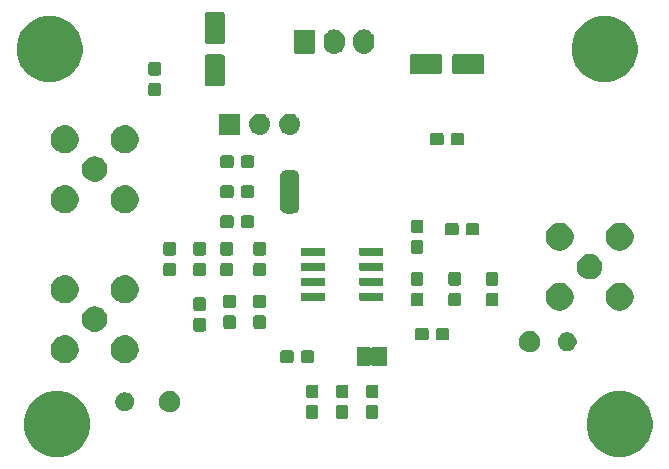
<source format=gbr>
G04 #@! TF.GenerationSoftware,KiCad,Pcbnew,(5.1.2)-2*
G04 #@! TF.CreationDate,2019-07-08T11:12:43+08:00*
G04 #@! TF.ProjectId,eval-board-ADA4817-1,6576616c-2d62-46f6-9172-642d41444134,rev?*
G04 #@! TF.SameCoordinates,Original*
G04 #@! TF.FileFunction,Soldermask,Top*
G04 #@! TF.FilePolarity,Negative*
%FSLAX46Y46*%
G04 Gerber Fmt 4.6, Leading zero omitted, Abs format (unit mm)*
G04 Created by KiCad (PCBNEW (5.1.2)-2) date 2019-07-08 11:12:43*
%MOMM*%
%LPD*%
G04 APERTURE LIST*
%ADD10C,0.100000*%
G04 APERTURE END LIST*
D10*
G36*
X170362021Y-133196640D02*
G01*
X170871769Y-133407785D01*
X170871771Y-133407786D01*
X171330534Y-133714321D01*
X171720679Y-134104466D01*
X172027214Y-134563229D01*
X172027215Y-134563231D01*
X172238360Y-135072979D01*
X172346000Y-135614124D01*
X172346000Y-136165876D01*
X172238360Y-136707021D01*
X172027215Y-137216769D01*
X172027214Y-137216771D01*
X171720679Y-137675534D01*
X171330534Y-138065679D01*
X170871771Y-138372214D01*
X170871770Y-138372215D01*
X170871769Y-138372215D01*
X170362021Y-138583360D01*
X169820876Y-138691000D01*
X169269124Y-138691000D01*
X168727979Y-138583360D01*
X168218231Y-138372215D01*
X168218230Y-138372215D01*
X168218229Y-138372214D01*
X167759466Y-138065679D01*
X167369321Y-137675534D01*
X167062786Y-137216771D01*
X167062785Y-137216769D01*
X166851640Y-136707021D01*
X166744000Y-136165876D01*
X166744000Y-135614124D01*
X166851640Y-135072979D01*
X167062785Y-134563231D01*
X167062786Y-134563229D01*
X167369321Y-134104466D01*
X167759466Y-133714321D01*
X168218229Y-133407786D01*
X168218231Y-133407785D01*
X168727979Y-133196640D01*
X169269124Y-133089000D01*
X169820876Y-133089000D01*
X170362021Y-133196640D01*
X170362021Y-133196640D01*
G37*
G36*
X122737021Y-133196640D02*
G01*
X123246769Y-133407785D01*
X123246771Y-133407786D01*
X123705534Y-133714321D01*
X124095679Y-134104466D01*
X124402214Y-134563229D01*
X124402215Y-134563231D01*
X124613360Y-135072979D01*
X124721000Y-135614124D01*
X124721000Y-136165876D01*
X124613360Y-136707021D01*
X124402215Y-137216769D01*
X124402214Y-137216771D01*
X124095679Y-137675534D01*
X123705534Y-138065679D01*
X123246771Y-138372214D01*
X123246770Y-138372215D01*
X123246769Y-138372215D01*
X122737021Y-138583360D01*
X122195876Y-138691000D01*
X121644124Y-138691000D01*
X121102979Y-138583360D01*
X120593231Y-138372215D01*
X120593230Y-138372215D01*
X120593229Y-138372214D01*
X120134466Y-138065679D01*
X119744321Y-137675534D01*
X119437786Y-137216771D01*
X119437785Y-137216769D01*
X119226640Y-136707021D01*
X119119000Y-136165876D01*
X119119000Y-135614124D01*
X119226640Y-135072979D01*
X119437785Y-134563231D01*
X119437786Y-134563229D01*
X119744321Y-134104466D01*
X120134466Y-133714321D01*
X120593229Y-133407786D01*
X120593231Y-133407785D01*
X121102979Y-133196640D01*
X121644124Y-133089000D01*
X122195876Y-133089000D01*
X122737021Y-133196640D01*
X122737021Y-133196640D01*
G37*
G36*
X143874499Y-134288445D02*
G01*
X143911995Y-134299820D01*
X143946554Y-134318292D01*
X143976847Y-134343153D01*
X144001708Y-134373446D01*
X144020180Y-134408005D01*
X144031555Y-134445501D01*
X144036000Y-134490638D01*
X144036000Y-135229362D01*
X144031555Y-135274499D01*
X144020180Y-135311995D01*
X144001708Y-135346554D01*
X143976847Y-135376847D01*
X143946554Y-135401708D01*
X143911995Y-135420180D01*
X143874499Y-135431555D01*
X143829362Y-135436000D01*
X143190638Y-135436000D01*
X143145501Y-135431555D01*
X143108005Y-135420180D01*
X143073446Y-135401708D01*
X143043153Y-135376847D01*
X143018292Y-135346554D01*
X142999820Y-135311995D01*
X142988445Y-135274499D01*
X142984000Y-135229362D01*
X142984000Y-134490638D01*
X142988445Y-134445501D01*
X142999820Y-134408005D01*
X143018292Y-134373446D01*
X143043153Y-134343153D01*
X143073446Y-134318292D01*
X143108005Y-134299820D01*
X143145501Y-134288445D01*
X143190638Y-134284000D01*
X143829362Y-134284000D01*
X143874499Y-134288445D01*
X143874499Y-134288445D01*
G37*
G36*
X146414499Y-134288445D02*
G01*
X146451995Y-134299820D01*
X146486554Y-134318292D01*
X146516847Y-134343153D01*
X146541708Y-134373446D01*
X146560180Y-134408005D01*
X146571555Y-134445501D01*
X146576000Y-134490638D01*
X146576000Y-135229362D01*
X146571555Y-135274499D01*
X146560180Y-135311995D01*
X146541708Y-135346554D01*
X146516847Y-135376847D01*
X146486554Y-135401708D01*
X146451995Y-135420180D01*
X146414499Y-135431555D01*
X146369362Y-135436000D01*
X145730638Y-135436000D01*
X145685501Y-135431555D01*
X145648005Y-135420180D01*
X145613446Y-135401708D01*
X145583153Y-135376847D01*
X145558292Y-135346554D01*
X145539820Y-135311995D01*
X145528445Y-135274499D01*
X145524000Y-135229362D01*
X145524000Y-134490638D01*
X145528445Y-134445501D01*
X145539820Y-134408005D01*
X145558292Y-134373446D01*
X145583153Y-134343153D01*
X145613446Y-134318292D01*
X145648005Y-134299820D01*
X145685501Y-134288445D01*
X145730638Y-134284000D01*
X146369362Y-134284000D01*
X146414499Y-134288445D01*
X146414499Y-134288445D01*
G37*
G36*
X148954499Y-134288445D02*
G01*
X148991995Y-134299820D01*
X149026554Y-134318292D01*
X149056847Y-134343153D01*
X149081708Y-134373446D01*
X149100180Y-134408005D01*
X149111555Y-134445501D01*
X149116000Y-134490638D01*
X149116000Y-135229362D01*
X149111555Y-135274499D01*
X149100180Y-135311995D01*
X149081708Y-135346554D01*
X149056847Y-135376847D01*
X149026554Y-135401708D01*
X148991995Y-135420180D01*
X148954499Y-135431555D01*
X148909362Y-135436000D01*
X148270638Y-135436000D01*
X148225501Y-135431555D01*
X148188005Y-135420180D01*
X148153446Y-135401708D01*
X148123153Y-135376847D01*
X148098292Y-135346554D01*
X148079820Y-135311995D01*
X148068445Y-135274499D01*
X148064000Y-135229362D01*
X148064000Y-134490638D01*
X148068445Y-134445501D01*
X148079820Y-134408005D01*
X148098292Y-134373446D01*
X148123153Y-134343153D01*
X148153446Y-134318292D01*
X148188005Y-134299820D01*
X148225501Y-134288445D01*
X148270638Y-134284000D01*
X148909362Y-134284000D01*
X148954499Y-134288445D01*
X148954499Y-134288445D01*
G37*
G36*
X131558512Y-133088927D02*
G01*
X131707812Y-133118624D01*
X131871784Y-133186544D01*
X132019354Y-133285147D01*
X132144853Y-133410646D01*
X132243456Y-133558216D01*
X132311376Y-133722188D01*
X132346000Y-133896259D01*
X132346000Y-134073741D01*
X132311376Y-134247812D01*
X132243456Y-134411784D01*
X132144853Y-134559354D01*
X132019354Y-134684853D01*
X131871784Y-134783456D01*
X131707812Y-134851376D01*
X131558512Y-134881073D01*
X131533742Y-134886000D01*
X131356258Y-134886000D01*
X131331488Y-134881073D01*
X131182188Y-134851376D01*
X131018216Y-134783456D01*
X130870646Y-134684853D01*
X130745147Y-134559354D01*
X130646544Y-134411784D01*
X130578624Y-134247812D01*
X130544000Y-134073741D01*
X130544000Y-133896259D01*
X130578624Y-133722188D01*
X130646544Y-133558216D01*
X130745147Y-133410646D01*
X130870646Y-133285147D01*
X131018216Y-133186544D01*
X131182188Y-133118624D01*
X131331488Y-133088927D01*
X131356258Y-133084000D01*
X131533742Y-133084000D01*
X131558512Y-133088927D01*
X131558512Y-133088927D01*
G37*
G36*
X127868642Y-133214781D02*
G01*
X128014414Y-133275162D01*
X128014416Y-133275163D01*
X128145608Y-133362822D01*
X128257178Y-133474392D01*
X128290088Y-133523646D01*
X128344838Y-133605586D01*
X128405219Y-133751358D01*
X128436000Y-133906107D01*
X128436000Y-134063893D01*
X128405219Y-134218642D01*
X128346239Y-134361031D01*
X128344837Y-134364416D01*
X128257178Y-134495608D01*
X128145608Y-134607178D01*
X128014416Y-134694837D01*
X128014415Y-134694838D01*
X128014414Y-134694838D01*
X127868642Y-134755219D01*
X127713893Y-134786000D01*
X127556107Y-134786000D01*
X127401358Y-134755219D01*
X127255586Y-134694838D01*
X127255585Y-134694838D01*
X127255584Y-134694837D01*
X127124392Y-134607178D01*
X127012822Y-134495608D01*
X126925163Y-134364416D01*
X126923761Y-134361031D01*
X126864781Y-134218642D01*
X126834000Y-134063893D01*
X126834000Y-133906107D01*
X126864781Y-133751358D01*
X126925162Y-133605586D01*
X126979912Y-133523646D01*
X127012822Y-133474392D01*
X127124392Y-133362822D01*
X127255584Y-133275163D01*
X127255586Y-133275162D01*
X127401358Y-133214781D01*
X127556107Y-133184000D01*
X127713893Y-133184000D01*
X127868642Y-133214781D01*
X127868642Y-133214781D01*
G37*
G36*
X148954499Y-132538445D02*
G01*
X148991995Y-132549820D01*
X149026554Y-132568292D01*
X149056847Y-132593153D01*
X149081708Y-132623446D01*
X149100180Y-132658005D01*
X149111555Y-132695501D01*
X149116000Y-132740638D01*
X149116000Y-133479362D01*
X149111555Y-133524499D01*
X149100180Y-133561995D01*
X149081708Y-133596554D01*
X149056847Y-133626847D01*
X149026554Y-133651708D01*
X148991995Y-133670180D01*
X148954499Y-133681555D01*
X148909362Y-133686000D01*
X148270638Y-133686000D01*
X148225501Y-133681555D01*
X148188005Y-133670180D01*
X148153446Y-133651708D01*
X148123153Y-133626847D01*
X148098292Y-133596554D01*
X148079820Y-133561995D01*
X148068445Y-133524499D01*
X148064000Y-133479362D01*
X148064000Y-132740638D01*
X148068445Y-132695501D01*
X148079820Y-132658005D01*
X148098292Y-132623446D01*
X148123153Y-132593153D01*
X148153446Y-132568292D01*
X148188005Y-132549820D01*
X148225501Y-132538445D01*
X148270638Y-132534000D01*
X148909362Y-132534000D01*
X148954499Y-132538445D01*
X148954499Y-132538445D01*
G37*
G36*
X143874499Y-132538445D02*
G01*
X143911995Y-132549820D01*
X143946554Y-132568292D01*
X143976847Y-132593153D01*
X144001708Y-132623446D01*
X144020180Y-132658005D01*
X144031555Y-132695501D01*
X144036000Y-132740638D01*
X144036000Y-133479362D01*
X144031555Y-133524499D01*
X144020180Y-133561995D01*
X144001708Y-133596554D01*
X143976847Y-133626847D01*
X143946554Y-133651708D01*
X143911995Y-133670180D01*
X143874499Y-133681555D01*
X143829362Y-133686000D01*
X143190638Y-133686000D01*
X143145501Y-133681555D01*
X143108005Y-133670180D01*
X143073446Y-133651708D01*
X143043153Y-133626847D01*
X143018292Y-133596554D01*
X142999820Y-133561995D01*
X142988445Y-133524499D01*
X142984000Y-133479362D01*
X142984000Y-132740638D01*
X142988445Y-132695501D01*
X142999820Y-132658005D01*
X143018292Y-132623446D01*
X143043153Y-132593153D01*
X143073446Y-132568292D01*
X143108005Y-132549820D01*
X143145501Y-132538445D01*
X143190638Y-132534000D01*
X143829362Y-132534000D01*
X143874499Y-132538445D01*
X143874499Y-132538445D01*
G37*
G36*
X146414499Y-132538445D02*
G01*
X146451995Y-132549820D01*
X146486554Y-132568292D01*
X146516847Y-132593153D01*
X146541708Y-132623446D01*
X146560180Y-132658005D01*
X146571555Y-132695501D01*
X146576000Y-132740638D01*
X146576000Y-133479362D01*
X146571555Y-133524499D01*
X146560180Y-133561995D01*
X146541708Y-133596554D01*
X146516847Y-133626847D01*
X146486554Y-133651708D01*
X146451995Y-133670180D01*
X146414499Y-133681555D01*
X146369362Y-133686000D01*
X145730638Y-133686000D01*
X145685501Y-133681555D01*
X145648005Y-133670180D01*
X145613446Y-133651708D01*
X145583153Y-133626847D01*
X145558292Y-133596554D01*
X145539820Y-133561995D01*
X145528445Y-133524499D01*
X145524000Y-133479362D01*
X145524000Y-132740638D01*
X145528445Y-132695501D01*
X145539820Y-132658005D01*
X145558292Y-132623446D01*
X145583153Y-132593153D01*
X145613446Y-132568292D01*
X145648005Y-132549820D01*
X145685501Y-132538445D01*
X145730638Y-132534000D01*
X146369362Y-132534000D01*
X146414499Y-132538445D01*
X146414499Y-132538445D01*
G37*
G36*
X148374999Y-129374737D02*
G01*
X148384608Y-129377652D01*
X148393472Y-129382390D01*
X148401212Y-129388742D01*
X148401213Y-129388743D01*
X148401237Y-129388763D01*
X148407640Y-129396573D01*
X148407677Y-129396628D01*
X148415480Y-129406147D01*
X148415511Y-129406122D01*
X148426853Y-129419972D01*
X148445779Y-129435537D01*
X148467377Y-129447111D01*
X148490819Y-129454249D01*
X148515202Y-129456676D01*
X148539591Y-129454300D01*
X148563047Y-129447211D01*
X148584670Y-129435682D01*
X148603628Y-129420157D01*
X148619193Y-129401231D01*
X148621029Y-129398175D01*
X148622418Y-129396486D01*
X148622419Y-129396484D01*
X148628801Y-129388725D01*
X148636573Y-129382360D01*
X148636575Y-129382358D01*
X148645399Y-129377654D01*
X148645438Y-129377633D01*
X148655055Y-129374727D01*
X148655085Y-129374718D01*
X148671113Y-129373148D01*
X149808860Y-129373148D01*
X149824999Y-129374737D01*
X149834608Y-129377652D01*
X149843472Y-129382390D01*
X149851237Y-129388763D01*
X149857610Y-129396528D01*
X149862348Y-129405392D01*
X149865263Y-129415001D01*
X149866852Y-129431140D01*
X149866852Y-130918860D01*
X149865263Y-130934999D01*
X149862348Y-130944608D01*
X149857610Y-130953472D01*
X149851237Y-130961237D01*
X149843472Y-130967610D01*
X149834608Y-130972348D01*
X149824999Y-130975263D01*
X149808860Y-130976852D01*
X148671140Y-130976852D01*
X148655001Y-130975263D01*
X148645392Y-130972348D01*
X148636528Y-130967610D01*
X148628763Y-130961237D01*
X148618116Y-130948263D01*
X148611947Y-130939032D01*
X148594619Y-130921706D01*
X148574244Y-130908093D01*
X148551605Y-130898717D01*
X148527572Y-130893937D01*
X148503068Y-130893938D01*
X148479035Y-130898720D01*
X148456396Y-130908098D01*
X148436022Y-130921713D01*
X148418696Y-130939041D01*
X148411825Y-130948317D01*
X148407640Y-130953427D01*
X148401275Y-130961199D01*
X148393516Y-130967581D01*
X148384661Y-130972326D01*
X148381623Y-130973251D01*
X148375085Y-130975242D01*
X148375082Y-130975242D01*
X148375050Y-130975252D01*
X148365000Y-130976247D01*
X148364935Y-130976247D01*
X148358825Y-130976852D01*
X147371140Y-130976852D01*
X147355001Y-130975263D01*
X147345392Y-130972348D01*
X147336528Y-130967610D01*
X147328763Y-130961237D01*
X147322390Y-130953472D01*
X147317652Y-130944608D01*
X147314737Y-130934999D01*
X147313148Y-130918860D01*
X147313148Y-129431140D01*
X147314737Y-129415001D01*
X147317652Y-129405392D01*
X147322390Y-129396528D01*
X147328763Y-129388763D01*
X147336528Y-129382390D01*
X147345392Y-129377652D01*
X147355001Y-129374737D01*
X147371140Y-129373148D01*
X148358860Y-129373148D01*
X148374999Y-129374737D01*
X148374999Y-129374737D01*
G37*
G36*
X127826560Y-128379064D02*
G01*
X127978027Y-128409193D01*
X128192045Y-128497842D01*
X128192046Y-128497843D01*
X128384654Y-128626539D01*
X128548461Y-128790346D01*
X128572356Y-128826108D01*
X128677158Y-128982955D01*
X128765807Y-129196973D01*
X128795936Y-129348440D01*
X128809176Y-129415001D01*
X128811000Y-129424174D01*
X128811000Y-129655826D01*
X128765807Y-129883027D01*
X128677158Y-130097045D01*
X128677157Y-130097046D01*
X128548461Y-130289654D01*
X128384654Y-130453461D01*
X128331003Y-130489309D01*
X128192045Y-130582158D01*
X127978027Y-130670807D01*
X127851639Y-130695947D01*
X127750827Y-130716000D01*
X127519173Y-130716000D01*
X127418361Y-130695947D01*
X127291973Y-130670807D01*
X127077955Y-130582158D01*
X126938997Y-130489309D01*
X126885346Y-130453461D01*
X126721539Y-130289654D01*
X126592843Y-130097046D01*
X126592842Y-130097045D01*
X126504193Y-129883027D01*
X126459000Y-129655826D01*
X126459000Y-129424174D01*
X126460825Y-129415001D01*
X126474064Y-129348440D01*
X126504193Y-129196973D01*
X126592842Y-128982955D01*
X126697644Y-128826108D01*
X126721539Y-128790346D01*
X126885346Y-128626539D01*
X127077954Y-128497843D01*
X127077955Y-128497842D01*
X127291973Y-128409193D01*
X127443440Y-128379064D01*
X127519173Y-128364000D01*
X127750827Y-128364000D01*
X127826560Y-128379064D01*
X127826560Y-128379064D01*
G37*
G36*
X122746560Y-128379064D02*
G01*
X122898027Y-128409193D01*
X123112045Y-128497842D01*
X123112046Y-128497843D01*
X123304654Y-128626539D01*
X123468461Y-128790346D01*
X123492356Y-128826108D01*
X123597158Y-128982955D01*
X123685807Y-129196973D01*
X123715936Y-129348440D01*
X123729176Y-129415001D01*
X123731000Y-129424174D01*
X123731000Y-129655826D01*
X123685807Y-129883027D01*
X123597158Y-130097045D01*
X123597157Y-130097046D01*
X123468461Y-130289654D01*
X123304654Y-130453461D01*
X123251003Y-130489309D01*
X123112045Y-130582158D01*
X122898027Y-130670807D01*
X122771639Y-130695947D01*
X122670827Y-130716000D01*
X122439173Y-130716000D01*
X122338361Y-130695947D01*
X122211973Y-130670807D01*
X121997955Y-130582158D01*
X121858997Y-130489309D01*
X121805346Y-130453461D01*
X121641539Y-130289654D01*
X121512843Y-130097046D01*
X121512842Y-130097045D01*
X121424193Y-129883027D01*
X121379000Y-129655826D01*
X121379000Y-129424174D01*
X121380825Y-129415001D01*
X121394064Y-129348440D01*
X121424193Y-129196973D01*
X121512842Y-128982955D01*
X121617644Y-128826108D01*
X121641539Y-128790346D01*
X121805346Y-128626539D01*
X121997954Y-128497843D01*
X121997955Y-128497842D01*
X122211973Y-128409193D01*
X122363440Y-128379064D01*
X122439173Y-128364000D01*
X122670827Y-128364000D01*
X122746560Y-128379064D01*
X122746560Y-128379064D01*
G37*
G36*
X141779499Y-129653445D02*
G01*
X141816995Y-129664820D01*
X141851554Y-129683292D01*
X141881847Y-129708153D01*
X141906708Y-129738446D01*
X141925180Y-129773005D01*
X141936555Y-129810501D01*
X141941000Y-129855638D01*
X141941000Y-130494362D01*
X141936555Y-130539499D01*
X141925180Y-130576995D01*
X141906708Y-130611554D01*
X141881847Y-130641847D01*
X141851554Y-130666708D01*
X141816995Y-130685180D01*
X141779499Y-130696555D01*
X141734362Y-130701000D01*
X140995638Y-130701000D01*
X140950501Y-130696555D01*
X140913005Y-130685180D01*
X140878446Y-130666708D01*
X140848153Y-130641847D01*
X140823292Y-130611554D01*
X140804820Y-130576995D01*
X140793445Y-130539499D01*
X140789000Y-130494362D01*
X140789000Y-129855638D01*
X140793445Y-129810501D01*
X140804820Y-129773005D01*
X140823292Y-129738446D01*
X140848153Y-129708153D01*
X140878446Y-129683292D01*
X140913005Y-129664820D01*
X140950501Y-129653445D01*
X140995638Y-129649000D01*
X141734362Y-129649000D01*
X141779499Y-129653445D01*
X141779499Y-129653445D01*
G37*
G36*
X143529499Y-129653445D02*
G01*
X143566995Y-129664820D01*
X143601554Y-129683292D01*
X143631847Y-129708153D01*
X143656708Y-129738446D01*
X143675180Y-129773005D01*
X143686555Y-129810501D01*
X143691000Y-129855638D01*
X143691000Y-130494362D01*
X143686555Y-130539499D01*
X143675180Y-130576995D01*
X143656708Y-130611554D01*
X143631847Y-130641847D01*
X143601554Y-130666708D01*
X143566995Y-130685180D01*
X143529499Y-130696555D01*
X143484362Y-130701000D01*
X142745638Y-130701000D01*
X142700501Y-130696555D01*
X142663005Y-130685180D01*
X142628446Y-130666708D01*
X142598153Y-130641847D01*
X142573292Y-130611554D01*
X142554820Y-130576995D01*
X142543445Y-130539499D01*
X142539000Y-130494362D01*
X142539000Y-129855638D01*
X142543445Y-129810501D01*
X142554820Y-129773005D01*
X142573292Y-129738446D01*
X142598153Y-129708153D01*
X142628446Y-129683292D01*
X142663005Y-129664820D01*
X142700501Y-129653445D01*
X142745638Y-129649000D01*
X143484362Y-129649000D01*
X143529499Y-129653445D01*
X143529499Y-129653445D01*
G37*
G36*
X162038512Y-128008927D02*
G01*
X162187812Y-128038624D01*
X162351784Y-128106544D01*
X162499354Y-128205147D01*
X162624853Y-128330646D01*
X162723456Y-128478216D01*
X162791376Y-128642188D01*
X162826000Y-128816259D01*
X162826000Y-128993741D01*
X162791376Y-129167812D01*
X162723456Y-129331784D01*
X162624853Y-129479354D01*
X162499354Y-129604853D01*
X162351784Y-129703456D01*
X162187812Y-129771376D01*
X162038512Y-129801073D01*
X162013742Y-129806000D01*
X161836258Y-129806000D01*
X161811488Y-129801073D01*
X161662188Y-129771376D01*
X161498216Y-129703456D01*
X161350646Y-129604853D01*
X161225147Y-129479354D01*
X161126544Y-129331784D01*
X161058624Y-129167812D01*
X161024000Y-128993741D01*
X161024000Y-128816259D01*
X161058624Y-128642188D01*
X161126544Y-128478216D01*
X161225147Y-128330646D01*
X161350646Y-128205147D01*
X161498216Y-128106544D01*
X161662188Y-128038624D01*
X161811488Y-128008927D01*
X161836258Y-128004000D01*
X162013742Y-128004000D01*
X162038512Y-128008927D01*
X162038512Y-128008927D01*
G37*
G36*
X165333642Y-128134781D02*
G01*
X165479414Y-128195162D01*
X165479416Y-128195163D01*
X165610608Y-128282822D01*
X165722178Y-128394392D01*
X165791301Y-128497843D01*
X165809838Y-128525586D01*
X165870219Y-128671358D01*
X165901000Y-128826107D01*
X165901000Y-128983893D01*
X165870219Y-129138642D01*
X165809838Y-129284414D01*
X165809837Y-129284416D01*
X165722178Y-129415608D01*
X165610608Y-129527178D01*
X165479416Y-129614837D01*
X165479415Y-129614838D01*
X165479414Y-129614838D01*
X165333642Y-129675219D01*
X165178893Y-129706000D01*
X165021107Y-129706000D01*
X164866358Y-129675219D01*
X164720586Y-129614838D01*
X164720585Y-129614838D01*
X164720584Y-129614837D01*
X164589392Y-129527178D01*
X164477822Y-129415608D01*
X164390163Y-129284416D01*
X164390162Y-129284414D01*
X164329781Y-129138642D01*
X164299000Y-128983893D01*
X164299000Y-128826107D01*
X164329781Y-128671358D01*
X164390162Y-128525586D01*
X164408699Y-128497843D01*
X164477822Y-128394392D01*
X164589392Y-128282822D01*
X164720584Y-128195163D01*
X164720586Y-128195162D01*
X164866358Y-128134781D01*
X165021107Y-128104000D01*
X165178893Y-128104000D01*
X165333642Y-128134781D01*
X165333642Y-128134781D01*
G37*
G36*
X154959499Y-127748445D02*
G01*
X154996995Y-127759820D01*
X155031554Y-127778292D01*
X155061847Y-127803153D01*
X155086708Y-127833446D01*
X155105180Y-127868005D01*
X155116555Y-127905501D01*
X155121000Y-127950638D01*
X155121000Y-128589362D01*
X155116555Y-128634499D01*
X155105180Y-128671995D01*
X155086708Y-128706554D01*
X155061847Y-128736847D01*
X155031554Y-128761708D01*
X154996995Y-128780180D01*
X154959499Y-128791555D01*
X154914362Y-128796000D01*
X154175638Y-128796000D01*
X154130501Y-128791555D01*
X154093005Y-128780180D01*
X154058446Y-128761708D01*
X154028153Y-128736847D01*
X154003292Y-128706554D01*
X153984820Y-128671995D01*
X153973445Y-128634499D01*
X153969000Y-128589362D01*
X153969000Y-127950638D01*
X153973445Y-127905501D01*
X153984820Y-127868005D01*
X154003292Y-127833446D01*
X154028153Y-127803153D01*
X154058446Y-127778292D01*
X154093005Y-127759820D01*
X154130501Y-127748445D01*
X154175638Y-127744000D01*
X154914362Y-127744000D01*
X154959499Y-127748445D01*
X154959499Y-127748445D01*
G37*
G36*
X153209499Y-127748445D02*
G01*
X153246995Y-127759820D01*
X153281554Y-127778292D01*
X153311847Y-127803153D01*
X153336708Y-127833446D01*
X153355180Y-127868005D01*
X153366555Y-127905501D01*
X153371000Y-127950638D01*
X153371000Y-128589362D01*
X153366555Y-128634499D01*
X153355180Y-128671995D01*
X153336708Y-128706554D01*
X153311847Y-128736847D01*
X153281554Y-128761708D01*
X153246995Y-128780180D01*
X153209499Y-128791555D01*
X153164362Y-128796000D01*
X152425638Y-128796000D01*
X152380501Y-128791555D01*
X152343005Y-128780180D01*
X152308446Y-128761708D01*
X152278153Y-128736847D01*
X152253292Y-128706554D01*
X152234820Y-128671995D01*
X152223445Y-128634499D01*
X152219000Y-128589362D01*
X152219000Y-127950638D01*
X152223445Y-127905501D01*
X152234820Y-127868005D01*
X152253292Y-127833446D01*
X152278153Y-127803153D01*
X152308446Y-127778292D01*
X152343005Y-127759820D01*
X152380501Y-127748445D01*
X152425638Y-127744000D01*
X153164362Y-127744000D01*
X153209499Y-127748445D01*
X153209499Y-127748445D01*
G37*
G36*
X125270271Y-125937783D02*
G01*
X125408858Y-125965350D01*
X125604677Y-126046461D01*
X125780910Y-126164216D01*
X125930784Y-126314090D01*
X126048539Y-126490323D01*
X126129650Y-126686142D01*
X126149912Y-126788005D01*
X126166349Y-126870638D01*
X126171000Y-126894023D01*
X126171000Y-127105977D01*
X126129650Y-127313858D01*
X126048539Y-127509677D01*
X125930784Y-127685910D01*
X125780910Y-127835784D01*
X125604677Y-127953539D01*
X125408858Y-128034650D01*
X125301524Y-128056000D01*
X125200978Y-128076000D01*
X124989022Y-128076000D01*
X124888476Y-128056000D01*
X124781142Y-128034650D01*
X124585323Y-127953539D01*
X124409090Y-127835784D01*
X124259216Y-127685910D01*
X124141461Y-127509677D01*
X124060350Y-127313858D01*
X124019000Y-127105977D01*
X124019000Y-126894023D01*
X124023652Y-126870638D01*
X124040088Y-126788005D01*
X124060350Y-126686142D01*
X124141461Y-126490323D01*
X124259216Y-126314090D01*
X124409090Y-126164216D01*
X124585323Y-126046461D01*
X124781142Y-125965350D01*
X124919729Y-125937783D01*
X124989022Y-125924000D01*
X125200978Y-125924000D01*
X125270271Y-125937783D01*
X125270271Y-125937783D01*
G37*
G36*
X134349499Y-126908445D02*
G01*
X134386995Y-126919820D01*
X134421554Y-126938292D01*
X134451847Y-126963153D01*
X134476708Y-126993446D01*
X134495180Y-127028005D01*
X134506555Y-127065501D01*
X134511000Y-127110638D01*
X134511000Y-127849362D01*
X134506555Y-127894499D01*
X134495180Y-127931995D01*
X134476708Y-127966554D01*
X134451847Y-127996847D01*
X134421554Y-128021708D01*
X134386995Y-128040180D01*
X134349499Y-128051555D01*
X134304362Y-128056000D01*
X133665638Y-128056000D01*
X133620501Y-128051555D01*
X133583005Y-128040180D01*
X133548446Y-128021708D01*
X133518153Y-127996847D01*
X133493292Y-127966554D01*
X133474820Y-127931995D01*
X133463445Y-127894499D01*
X133459000Y-127849362D01*
X133459000Y-127110638D01*
X133463445Y-127065501D01*
X133474820Y-127028005D01*
X133493292Y-126993446D01*
X133518153Y-126963153D01*
X133548446Y-126938292D01*
X133583005Y-126919820D01*
X133620501Y-126908445D01*
X133665638Y-126904000D01*
X134304362Y-126904000D01*
X134349499Y-126908445D01*
X134349499Y-126908445D01*
G37*
G36*
X139429499Y-126668445D02*
G01*
X139466995Y-126679820D01*
X139501554Y-126698292D01*
X139531847Y-126723153D01*
X139556708Y-126753446D01*
X139575180Y-126788005D01*
X139586555Y-126825501D01*
X139591000Y-126870638D01*
X139591000Y-127609362D01*
X139586555Y-127654499D01*
X139575180Y-127691995D01*
X139556708Y-127726554D01*
X139531847Y-127756847D01*
X139501554Y-127781708D01*
X139466995Y-127800180D01*
X139429499Y-127811555D01*
X139384362Y-127816000D01*
X138745638Y-127816000D01*
X138700501Y-127811555D01*
X138663005Y-127800180D01*
X138628446Y-127781708D01*
X138598153Y-127756847D01*
X138573292Y-127726554D01*
X138554820Y-127691995D01*
X138543445Y-127654499D01*
X138539000Y-127609362D01*
X138539000Y-126870638D01*
X138543445Y-126825501D01*
X138554820Y-126788005D01*
X138573292Y-126753446D01*
X138598153Y-126723153D01*
X138628446Y-126698292D01*
X138663005Y-126679820D01*
X138700501Y-126668445D01*
X138745638Y-126664000D01*
X139384362Y-126664000D01*
X139429499Y-126668445D01*
X139429499Y-126668445D01*
G37*
G36*
X136889499Y-126668445D02*
G01*
X136926995Y-126679820D01*
X136961554Y-126698292D01*
X136991847Y-126723153D01*
X137016708Y-126753446D01*
X137035180Y-126788005D01*
X137046555Y-126825501D01*
X137051000Y-126870638D01*
X137051000Y-127609362D01*
X137046555Y-127654499D01*
X137035180Y-127691995D01*
X137016708Y-127726554D01*
X136991847Y-127756847D01*
X136961554Y-127781708D01*
X136926995Y-127800180D01*
X136889499Y-127811555D01*
X136844362Y-127816000D01*
X136205638Y-127816000D01*
X136160501Y-127811555D01*
X136123005Y-127800180D01*
X136088446Y-127781708D01*
X136058153Y-127756847D01*
X136033292Y-127726554D01*
X136014820Y-127691995D01*
X136003445Y-127654499D01*
X135999000Y-127609362D01*
X135999000Y-126870638D01*
X136003445Y-126825501D01*
X136014820Y-126788005D01*
X136033292Y-126753446D01*
X136058153Y-126723153D01*
X136088446Y-126698292D01*
X136123005Y-126679820D01*
X136160501Y-126668445D01*
X136205638Y-126664000D01*
X136844362Y-126664000D01*
X136889499Y-126668445D01*
X136889499Y-126668445D01*
G37*
G36*
X134349499Y-125158445D02*
G01*
X134386995Y-125169820D01*
X134421554Y-125188292D01*
X134451847Y-125213153D01*
X134476708Y-125243446D01*
X134495180Y-125278005D01*
X134506555Y-125315501D01*
X134511000Y-125360638D01*
X134511000Y-126099362D01*
X134506555Y-126144499D01*
X134495180Y-126181995D01*
X134476708Y-126216554D01*
X134451847Y-126246847D01*
X134421554Y-126271708D01*
X134386995Y-126290180D01*
X134349499Y-126301555D01*
X134304362Y-126306000D01*
X133665638Y-126306000D01*
X133620501Y-126301555D01*
X133583005Y-126290180D01*
X133548446Y-126271708D01*
X133518153Y-126246847D01*
X133493292Y-126216554D01*
X133474820Y-126181995D01*
X133463445Y-126144499D01*
X133459000Y-126099362D01*
X133459000Y-125360638D01*
X133463445Y-125315501D01*
X133474820Y-125278005D01*
X133493292Y-125243446D01*
X133518153Y-125213153D01*
X133548446Y-125188292D01*
X133583005Y-125169820D01*
X133620501Y-125158445D01*
X133665638Y-125154000D01*
X134304362Y-125154000D01*
X134349499Y-125158445D01*
X134349499Y-125158445D01*
G37*
G36*
X169736560Y-123934064D02*
G01*
X169888027Y-123964193D01*
X170102045Y-124052842D01*
X170102046Y-124052843D01*
X170294654Y-124181539D01*
X170458461Y-124345346D01*
X170544258Y-124473751D01*
X170587158Y-124537955D01*
X170675807Y-124751973D01*
X170695771Y-124852339D01*
X170721000Y-124979173D01*
X170721000Y-125210827D01*
X170709130Y-125270500D01*
X170675807Y-125438027D01*
X170587158Y-125652045D01*
X170587157Y-125652046D01*
X170458461Y-125844654D01*
X170294654Y-126008461D01*
X170208540Y-126066000D01*
X170102045Y-126137158D01*
X169888027Y-126225807D01*
X169736560Y-126255936D01*
X169660827Y-126271000D01*
X169429173Y-126271000D01*
X169353440Y-126255936D01*
X169201973Y-126225807D01*
X168987955Y-126137158D01*
X168881460Y-126066000D01*
X168795346Y-126008461D01*
X168631539Y-125844654D01*
X168502843Y-125652046D01*
X168502842Y-125652045D01*
X168414193Y-125438027D01*
X168380870Y-125270500D01*
X168369000Y-125210827D01*
X168369000Y-124979173D01*
X168394229Y-124852339D01*
X168414193Y-124751973D01*
X168502842Y-124537955D01*
X168545742Y-124473751D01*
X168631539Y-124345346D01*
X168795346Y-124181539D01*
X168987954Y-124052843D01*
X168987955Y-124052842D01*
X169201973Y-123964193D01*
X169353440Y-123934064D01*
X169429173Y-123919000D01*
X169660827Y-123919000D01*
X169736560Y-123934064D01*
X169736560Y-123934064D01*
G37*
G36*
X164656560Y-123934064D02*
G01*
X164808027Y-123964193D01*
X165022045Y-124052842D01*
X165022046Y-124052843D01*
X165214654Y-124181539D01*
X165378461Y-124345346D01*
X165464258Y-124473751D01*
X165507158Y-124537955D01*
X165595807Y-124751973D01*
X165615771Y-124852339D01*
X165641000Y-124979173D01*
X165641000Y-125210827D01*
X165629130Y-125270500D01*
X165595807Y-125438027D01*
X165507158Y-125652045D01*
X165507157Y-125652046D01*
X165378461Y-125844654D01*
X165214654Y-126008461D01*
X165128540Y-126066000D01*
X165022045Y-126137158D01*
X164808027Y-126225807D01*
X164656560Y-126255936D01*
X164580827Y-126271000D01*
X164349173Y-126271000D01*
X164273440Y-126255936D01*
X164121973Y-126225807D01*
X163907955Y-126137158D01*
X163801460Y-126066000D01*
X163715346Y-126008461D01*
X163551539Y-125844654D01*
X163422843Y-125652046D01*
X163422842Y-125652045D01*
X163334193Y-125438027D01*
X163300870Y-125270500D01*
X163289000Y-125210827D01*
X163289000Y-124979173D01*
X163314229Y-124852339D01*
X163334193Y-124751973D01*
X163422842Y-124537955D01*
X163465742Y-124473751D01*
X163551539Y-124345346D01*
X163715346Y-124181539D01*
X163907954Y-124052843D01*
X163907955Y-124052842D01*
X164121973Y-123964193D01*
X164273440Y-123934064D01*
X164349173Y-123919000D01*
X164580827Y-123919000D01*
X164656560Y-123934064D01*
X164656560Y-123934064D01*
G37*
G36*
X139429499Y-124918445D02*
G01*
X139466995Y-124929820D01*
X139501554Y-124948292D01*
X139531847Y-124973153D01*
X139556708Y-125003446D01*
X139575180Y-125038005D01*
X139586555Y-125075501D01*
X139591000Y-125120638D01*
X139591000Y-125859362D01*
X139586555Y-125904499D01*
X139575180Y-125941995D01*
X139556708Y-125976554D01*
X139531847Y-126006847D01*
X139501554Y-126031708D01*
X139466995Y-126050180D01*
X139429499Y-126061555D01*
X139384362Y-126066000D01*
X138745638Y-126066000D01*
X138700501Y-126061555D01*
X138663005Y-126050180D01*
X138628446Y-126031708D01*
X138598153Y-126006847D01*
X138573292Y-125976554D01*
X138554820Y-125941995D01*
X138543445Y-125904499D01*
X138539000Y-125859362D01*
X138539000Y-125120638D01*
X138543445Y-125075501D01*
X138554820Y-125038005D01*
X138573292Y-125003446D01*
X138598153Y-124973153D01*
X138628446Y-124948292D01*
X138663005Y-124929820D01*
X138700501Y-124918445D01*
X138745638Y-124914000D01*
X139384362Y-124914000D01*
X139429499Y-124918445D01*
X139429499Y-124918445D01*
G37*
G36*
X136889499Y-124918445D02*
G01*
X136926995Y-124929820D01*
X136961554Y-124948292D01*
X136991847Y-124973153D01*
X137016708Y-125003446D01*
X137035180Y-125038005D01*
X137046555Y-125075501D01*
X137051000Y-125120638D01*
X137051000Y-125859362D01*
X137046555Y-125904499D01*
X137035180Y-125941995D01*
X137016708Y-125976554D01*
X136991847Y-126006847D01*
X136961554Y-126031708D01*
X136926995Y-126050180D01*
X136889499Y-126061555D01*
X136844362Y-126066000D01*
X136205638Y-126066000D01*
X136160501Y-126061555D01*
X136123005Y-126050180D01*
X136088446Y-126031708D01*
X136058153Y-126006847D01*
X136033292Y-125976554D01*
X136014820Y-125941995D01*
X136003445Y-125904499D01*
X135999000Y-125859362D01*
X135999000Y-125120638D01*
X136003445Y-125075501D01*
X136014820Y-125038005D01*
X136033292Y-125003446D01*
X136058153Y-124973153D01*
X136088446Y-124948292D01*
X136123005Y-124929820D01*
X136160501Y-124918445D01*
X136205638Y-124914000D01*
X136844362Y-124914000D01*
X136889499Y-124918445D01*
X136889499Y-124918445D01*
G37*
G36*
X159114499Y-124763445D02*
G01*
X159151995Y-124774820D01*
X159186554Y-124793292D01*
X159216847Y-124818153D01*
X159241708Y-124848446D01*
X159260180Y-124883005D01*
X159271555Y-124920501D01*
X159276000Y-124965638D01*
X159276000Y-125704362D01*
X159271555Y-125749499D01*
X159260180Y-125786995D01*
X159241708Y-125821554D01*
X159216847Y-125851847D01*
X159186554Y-125876708D01*
X159151995Y-125895180D01*
X159114499Y-125906555D01*
X159069362Y-125911000D01*
X158430638Y-125911000D01*
X158385501Y-125906555D01*
X158348005Y-125895180D01*
X158313446Y-125876708D01*
X158283153Y-125851847D01*
X158258292Y-125821554D01*
X158239820Y-125786995D01*
X158228445Y-125749499D01*
X158224000Y-125704362D01*
X158224000Y-124965638D01*
X158228445Y-124920501D01*
X158239820Y-124883005D01*
X158258292Y-124848446D01*
X158283153Y-124818153D01*
X158313446Y-124793292D01*
X158348005Y-124774820D01*
X158385501Y-124763445D01*
X158430638Y-124759000D01*
X159069362Y-124759000D01*
X159114499Y-124763445D01*
X159114499Y-124763445D01*
G37*
G36*
X155939499Y-124763445D02*
G01*
X155976995Y-124774820D01*
X156011554Y-124793292D01*
X156041847Y-124818153D01*
X156066708Y-124848446D01*
X156085180Y-124883005D01*
X156096555Y-124920501D01*
X156101000Y-124965638D01*
X156101000Y-125704362D01*
X156096555Y-125749499D01*
X156085180Y-125786995D01*
X156066708Y-125821554D01*
X156041847Y-125851847D01*
X156011554Y-125876708D01*
X155976995Y-125895180D01*
X155939499Y-125906555D01*
X155894362Y-125911000D01*
X155255638Y-125911000D01*
X155210501Y-125906555D01*
X155173005Y-125895180D01*
X155138446Y-125876708D01*
X155108153Y-125851847D01*
X155083292Y-125821554D01*
X155064820Y-125786995D01*
X155053445Y-125749499D01*
X155049000Y-125704362D01*
X155049000Y-124965638D01*
X155053445Y-124920501D01*
X155064820Y-124883005D01*
X155083292Y-124848446D01*
X155108153Y-124818153D01*
X155138446Y-124793292D01*
X155173005Y-124774820D01*
X155210501Y-124763445D01*
X155255638Y-124759000D01*
X155894362Y-124759000D01*
X155939499Y-124763445D01*
X155939499Y-124763445D01*
G37*
G36*
X152764499Y-124763445D02*
G01*
X152801995Y-124774820D01*
X152836554Y-124793292D01*
X152866847Y-124818153D01*
X152891708Y-124848446D01*
X152910180Y-124883005D01*
X152921555Y-124920501D01*
X152926000Y-124965638D01*
X152926000Y-125704362D01*
X152921555Y-125749499D01*
X152910180Y-125786995D01*
X152891708Y-125821554D01*
X152866847Y-125851847D01*
X152836554Y-125876708D01*
X152801995Y-125895180D01*
X152764499Y-125906555D01*
X152719362Y-125911000D01*
X152080638Y-125911000D01*
X152035501Y-125906555D01*
X151998005Y-125895180D01*
X151963446Y-125876708D01*
X151933153Y-125851847D01*
X151908292Y-125821554D01*
X151889820Y-125786995D01*
X151878445Y-125749499D01*
X151874000Y-125704362D01*
X151874000Y-124965638D01*
X151878445Y-124920501D01*
X151889820Y-124883005D01*
X151908292Y-124848446D01*
X151933153Y-124818153D01*
X151963446Y-124793292D01*
X151998005Y-124774820D01*
X152035501Y-124763445D01*
X152080638Y-124759000D01*
X152719362Y-124759000D01*
X152764499Y-124763445D01*
X152764499Y-124763445D01*
G37*
G36*
X127800944Y-123293969D02*
G01*
X127978027Y-123329193D01*
X128192045Y-123417842D01*
X128192046Y-123417843D01*
X128384654Y-123546539D01*
X128548461Y-123710346D01*
X128634258Y-123838751D01*
X128677158Y-123902955D01*
X128765807Y-124116973D01*
X128811000Y-124344174D01*
X128811000Y-124575826D01*
X128765807Y-124803027D01*
X128677158Y-125017045D01*
X128677157Y-125017046D01*
X128548461Y-125209654D01*
X128384654Y-125373461D01*
X128281138Y-125442628D01*
X128192045Y-125502158D01*
X127978027Y-125590807D01*
X127826560Y-125620936D01*
X127750827Y-125636000D01*
X127519173Y-125636000D01*
X127443440Y-125620936D01*
X127291973Y-125590807D01*
X127077955Y-125502158D01*
X126988862Y-125442628D01*
X126885346Y-125373461D01*
X126721539Y-125209654D01*
X126592843Y-125017046D01*
X126592842Y-125017045D01*
X126504193Y-124803027D01*
X126459000Y-124575826D01*
X126459000Y-124344174D01*
X126504193Y-124116973D01*
X126592842Y-123902955D01*
X126635742Y-123838751D01*
X126721539Y-123710346D01*
X126885346Y-123546539D01*
X127077954Y-123417843D01*
X127077955Y-123417842D01*
X127291973Y-123329193D01*
X127469056Y-123293969D01*
X127519173Y-123284000D01*
X127750827Y-123284000D01*
X127800944Y-123293969D01*
X127800944Y-123293969D01*
G37*
G36*
X122720944Y-123293969D02*
G01*
X122898027Y-123329193D01*
X123112045Y-123417842D01*
X123112046Y-123417843D01*
X123304654Y-123546539D01*
X123468461Y-123710346D01*
X123554258Y-123838751D01*
X123597158Y-123902955D01*
X123685807Y-124116973D01*
X123731000Y-124344174D01*
X123731000Y-124575826D01*
X123685807Y-124803027D01*
X123597158Y-125017045D01*
X123597157Y-125017046D01*
X123468461Y-125209654D01*
X123304654Y-125373461D01*
X123201138Y-125442628D01*
X123112045Y-125502158D01*
X122898027Y-125590807D01*
X122746560Y-125620936D01*
X122670827Y-125636000D01*
X122439173Y-125636000D01*
X122363440Y-125620936D01*
X122211973Y-125590807D01*
X121997955Y-125502158D01*
X121908862Y-125442628D01*
X121805346Y-125373461D01*
X121641539Y-125209654D01*
X121512843Y-125017046D01*
X121512842Y-125017045D01*
X121424193Y-124803027D01*
X121379000Y-124575826D01*
X121379000Y-124344174D01*
X121424193Y-124116973D01*
X121512842Y-123902955D01*
X121555742Y-123838751D01*
X121641539Y-123710346D01*
X121805346Y-123546539D01*
X121997954Y-123417843D01*
X121997955Y-123417842D01*
X122211973Y-123329193D01*
X122389056Y-123293969D01*
X122439173Y-123284000D01*
X122670827Y-123284000D01*
X122720944Y-123293969D01*
X122720944Y-123293969D01*
G37*
G36*
X149459928Y-124746764D02*
G01*
X149481009Y-124753160D01*
X149500445Y-124763548D01*
X149517476Y-124777524D01*
X149531452Y-124794555D01*
X149541840Y-124813991D01*
X149548236Y-124835072D01*
X149551000Y-124863140D01*
X149551000Y-125326860D01*
X149548236Y-125354928D01*
X149541840Y-125376009D01*
X149531452Y-125395445D01*
X149517476Y-125412476D01*
X149500445Y-125426452D01*
X149481009Y-125436840D01*
X149459928Y-125443236D01*
X149431860Y-125446000D01*
X147618140Y-125446000D01*
X147590072Y-125443236D01*
X147568991Y-125436840D01*
X147549555Y-125426452D01*
X147532524Y-125412476D01*
X147518548Y-125395445D01*
X147508160Y-125376009D01*
X147501764Y-125354928D01*
X147499000Y-125326860D01*
X147499000Y-124863140D01*
X147501764Y-124835072D01*
X147508160Y-124813991D01*
X147518548Y-124794555D01*
X147532524Y-124777524D01*
X147549555Y-124763548D01*
X147568991Y-124753160D01*
X147590072Y-124746764D01*
X147618140Y-124744000D01*
X149431860Y-124744000D01*
X149459928Y-124746764D01*
X149459928Y-124746764D01*
G37*
G36*
X144509928Y-124746764D02*
G01*
X144531009Y-124753160D01*
X144550445Y-124763548D01*
X144567476Y-124777524D01*
X144581452Y-124794555D01*
X144591840Y-124813991D01*
X144598236Y-124835072D01*
X144601000Y-124863140D01*
X144601000Y-125326860D01*
X144598236Y-125354928D01*
X144591840Y-125376009D01*
X144581452Y-125395445D01*
X144567476Y-125412476D01*
X144550445Y-125426452D01*
X144531009Y-125436840D01*
X144509928Y-125443236D01*
X144481860Y-125446000D01*
X142668140Y-125446000D01*
X142640072Y-125443236D01*
X142618991Y-125436840D01*
X142599555Y-125426452D01*
X142582524Y-125412476D01*
X142568548Y-125395445D01*
X142558160Y-125376009D01*
X142551764Y-125354928D01*
X142549000Y-125326860D01*
X142549000Y-124863140D01*
X142551764Y-124835072D01*
X142558160Y-124813991D01*
X142568548Y-124794555D01*
X142582524Y-124777524D01*
X142599555Y-124763548D01*
X142618991Y-124753160D01*
X142640072Y-124746764D01*
X142668140Y-124744000D01*
X144481860Y-124744000D01*
X144509928Y-124746764D01*
X144509928Y-124746764D01*
G37*
G36*
X144509928Y-123476764D02*
G01*
X144531009Y-123483160D01*
X144550445Y-123493548D01*
X144567476Y-123507524D01*
X144581452Y-123524555D01*
X144591840Y-123543991D01*
X144598236Y-123565072D01*
X144601000Y-123593140D01*
X144601000Y-124056860D01*
X144598236Y-124084928D01*
X144591840Y-124106009D01*
X144581452Y-124125445D01*
X144567476Y-124142476D01*
X144550445Y-124156452D01*
X144531009Y-124166840D01*
X144509928Y-124173236D01*
X144481860Y-124176000D01*
X142668140Y-124176000D01*
X142640072Y-124173236D01*
X142618991Y-124166840D01*
X142599555Y-124156452D01*
X142582524Y-124142476D01*
X142568548Y-124125445D01*
X142558160Y-124106009D01*
X142551764Y-124084928D01*
X142549000Y-124056860D01*
X142549000Y-123593140D01*
X142551764Y-123565072D01*
X142558160Y-123543991D01*
X142568548Y-123524555D01*
X142582524Y-123507524D01*
X142599555Y-123493548D01*
X142618991Y-123483160D01*
X142640072Y-123476764D01*
X142668140Y-123474000D01*
X144481860Y-123474000D01*
X144509928Y-123476764D01*
X144509928Y-123476764D01*
G37*
G36*
X149459928Y-123476764D02*
G01*
X149481009Y-123483160D01*
X149500445Y-123493548D01*
X149517476Y-123507524D01*
X149531452Y-123524555D01*
X149541840Y-123543991D01*
X149548236Y-123565072D01*
X149551000Y-123593140D01*
X149551000Y-124056860D01*
X149548236Y-124084928D01*
X149541840Y-124106009D01*
X149531452Y-124125445D01*
X149517476Y-124142476D01*
X149500445Y-124156452D01*
X149481009Y-124166840D01*
X149459928Y-124173236D01*
X149431860Y-124176000D01*
X147618140Y-124176000D01*
X147590072Y-124173236D01*
X147568991Y-124166840D01*
X147549555Y-124156452D01*
X147532524Y-124142476D01*
X147518548Y-124125445D01*
X147508160Y-124106009D01*
X147501764Y-124084928D01*
X147499000Y-124056860D01*
X147499000Y-123593140D01*
X147501764Y-123565072D01*
X147508160Y-123543991D01*
X147518548Y-123524555D01*
X147532524Y-123507524D01*
X147549555Y-123493548D01*
X147568991Y-123483160D01*
X147590072Y-123476764D01*
X147618140Y-123474000D01*
X149431860Y-123474000D01*
X149459928Y-123476764D01*
X149459928Y-123476764D01*
G37*
G36*
X152764499Y-123013445D02*
G01*
X152801995Y-123024820D01*
X152836554Y-123043292D01*
X152866847Y-123068153D01*
X152891708Y-123098446D01*
X152910180Y-123133005D01*
X152921555Y-123170501D01*
X152926000Y-123215638D01*
X152926000Y-123954362D01*
X152921555Y-123999499D01*
X152910180Y-124036995D01*
X152891708Y-124071554D01*
X152866847Y-124101847D01*
X152836554Y-124126708D01*
X152801995Y-124145180D01*
X152764499Y-124156555D01*
X152719362Y-124161000D01*
X152080638Y-124161000D01*
X152035501Y-124156555D01*
X151998005Y-124145180D01*
X151963446Y-124126708D01*
X151933153Y-124101847D01*
X151908292Y-124071554D01*
X151889820Y-124036995D01*
X151878445Y-123999499D01*
X151874000Y-123954362D01*
X151874000Y-123215638D01*
X151878445Y-123170501D01*
X151889820Y-123133005D01*
X151908292Y-123098446D01*
X151933153Y-123068153D01*
X151963446Y-123043292D01*
X151998005Y-123024820D01*
X152035501Y-123013445D01*
X152080638Y-123009000D01*
X152719362Y-123009000D01*
X152764499Y-123013445D01*
X152764499Y-123013445D01*
G37*
G36*
X155939499Y-123013445D02*
G01*
X155976995Y-123024820D01*
X156011554Y-123043292D01*
X156041847Y-123068153D01*
X156066708Y-123098446D01*
X156085180Y-123133005D01*
X156096555Y-123170501D01*
X156101000Y-123215638D01*
X156101000Y-123954362D01*
X156096555Y-123999499D01*
X156085180Y-124036995D01*
X156066708Y-124071554D01*
X156041847Y-124101847D01*
X156011554Y-124126708D01*
X155976995Y-124145180D01*
X155939499Y-124156555D01*
X155894362Y-124161000D01*
X155255638Y-124161000D01*
X155210501Y-124156555D01*
X155173005Y-124145180D01*
X155138446Y-124126708D01*
X155108153Y-124101847D01*
X155083292Y-124071554D01*
X155064820Y-124036995D01*
X155053445Y-123999499D01*
X155049000Y-123954362D01*
X155049000Y-123215638D01*
X155053445Y-123170501D01*
X155064820Y-123133005D01*
X155083292Y-123098446D01*
X155108153Y-123068153D01*
X155138446Y-123043292D01*
X155173005Y-123024820D01*
X155210501Y-123013445D01*
X155255638Y-123009000D01*
X155894362Y-123009000D01*
X155939499Y-123013445D01*
X155939499Y-123013445D01*
G37*
G36*
X159114499Y-123013445D02*
G01*
X159151995Y-123024820D01*
X159186554Y-123043292D01*
X159216847Y-123068153D01*
X159241708Y-123098446D01*
X159260180Y-123133005D01*
X159271555Y-123170501D01*
X159276000Y-123215638D01*
X159276000Y-123954362D01*
X159271555Y-123999499D01*
X159260180Y-124036995D01*
X159241708Y-124071554D01*
X159216847Y-124101847D01*
X159186554Y-124126708D01*
X159151995Y-124145180D01*
X159114499Y-124156555D01*
X159069362Y-124161000D01*
X158430638Y-124161000D01*
X158385501Y-124156555D01*
X158348005Y-124145180D01*
X158313446Y-124126708D01*
X158283153Y-124101847D01*
X158258292Y-124071554D01*
X158239820Y-124036995D01*
X158228445Y-123999499D01*
X158224000Y-123954362D01*
X158224000Y-123215638D01*
X158228445Y-123170501D01*
X158239820Y-123133005D01*
X158258292Y-123098446D01*
X158283153Y-123068153D01*
X158313446Y-123043292D01*
X158348005Y-123024820D01*
X158385501Y-123013445D01*
X158430638Y-123009000D01*
X159069362Y-123009000D01*
X159114499Y-123013445D01*
X159114499Y-123013445D01*
G37*
G36*
X167180271Y-121492783D02*
G01*
X167318858Y-121520350D01*
X167514677Y-121601461D01*
X167690910Y-121719216D01*
X167840784Y-121869090D01*
X167958539Y-122045323D01*
X168039650Y-122241142D01*
X168059912Y-122343005D01*
X168076349Y-122425638D01*
X168081000Y-122449023D01*
X168081000Y-122660977D01*
X168039650Y-122868858D01*
X167958539Y-123064677D01*
X167840784Y-123240910D01*
X167690910Y-123390784D01*
X167514677Y-123508539D01*
X167318858Y-123589650D01*
X167190097Y-123615262D01*
X167110978Y-123631000D01*
X166899022Y-123631000D01*
X166819903Y-123615262D01*
X166691142Y-123589650D01*
X166495323Y-123508539D01*
X166319090Y-123390784D01*
X166169216Y-123240910D01*
X166051461Y-123064677D01*
X165970350Y-122868858D01*
X165929000Y-122660977D01*
X165929000Y-122449023D01*
X165933652Y-122425638D01*
X165950088Y-122343005D01*
X165970350Y-122241142D01*
X166051461Y-122045323D01*
X166169216Y-121869090D01*
X166319090Y-121719216D01*
X166495323Y-121601461D01*
X166691142Y-121520350D01*
X166829729Y-121492783D01*
X166899022Y-121479000D01*
X167110978Y-121479000D01*
X167180271Y-121492783D01*
X167180271Y-121492783D01*
G37*
G36*
X136635499Y-122223445D02*
G01*
X136672995Y-122234820D01*
X136707554Y-122253292D01*
X136737847Y-122278153D01*
X136762708Y-122308446D01*
X136781180Y-122343005D01*
X136792555Y-122380501D01*
X136797000Y-122425638D01*
X136797000Y-123164362D01*
X136792555Y-123209499D01*
X136781180Y-123246995D01*
X136762708Y-123281554D01*
X136737847Y-123311847D01*
X136707554Y-123336708D01*
X136672995Y-123355180D01*
X136635499Y-123366555D01*
X136590362Y-123371000D01*
X135951638Y-123371000D01*
X135906501Y-123366555D01*
X135869005Y-123355180D01*
X135834446Y-123336708D01*
X135804153Y-123311847D01*
X135779292Y-123281554D01*
X135760820Y-123246995D01*
X135749445Y-123209499D01*
X135745000Y-123164362D01*
X135745000Y-122425638D01*
X135749445Y-122380501D01*
X135760820Y-122343005D01*
X135779292Y-122308446D01*
X135804153Y-122278153D01*
X135834446Y-122253292D01*
X135869005Y-122234820D01*
X135906501Y-122223445D01*
X135951638Y-122219000D01*
X136590362Y-122219000D01*
X136635499Y-122223445D01*
X136635499Y-122223445D01*
G37*
G36*
X139429499Y-122223445D02*
G01*
X139466995Y-122234820D01*
X139501554Y-122253292D01*
X139531847Y-122278153D01*
X139556708Y-122308446D01*
X139575180Y-122343005D01*
X139586555Y-122380501D01*
X139591000Y-122425638D01*
X139591000Y-123164362D01*
X139586555Y-123209499D01*
X139575180Y-123246995D01*
X139556708Y-123281554D01*
X139531847Y-123311847D01*
X139501554Y-123336708D01*
X139466995Y-123355180D01*
X139429499Y-123366555D01*
X139384362Y-123371000D01*
X138745638Y-123371000D01*
X138700501Y-123366555D01*
X138663005Y-123355180D01*
X138628446Y-123336708D01*
X138598153Y-123311847D01*
X138573292Y-123281554D01*
X138554820Y-123246995D01*
X138543445Y-123209499D01*
X138539000Y-123164362D01*
X138539000Y-122425638D01*
X138543445Y-122380501D01*
X138554820Y-122343005D01*
X138573292Y-122308446D01*
X138598153Y-122278153D01*
X138628446Y-122253292D01*
X138663005Y-122234820D01*
X138700501Y-122223445D01*
X138745638Y-122219000D01*
X139384362Y-122219000D01*
X139429499Y-122223445D01*
X139429499Y-122223445D01*
G37*
G36*
X131809499Y-122223445D02*
G01*
X131846995Y-122234820D01*
X131881554Y-122253292D01*
X131911847Y-122278153D01*
X131936708Y-122308446D01*
X131955180Y-122343005D01*
X131966555Y-122380501D01*
X131971000Y-122425638D01*
X131971000Y-123164362D01*
X131966555Y-123209499D01*
X131955180Y-123246995D01*
X131936708Y-123281554D01*
X131911847Y-123311847D01*
X131881554Y-123336708D01*
X131846995Y-123355180D01*
X131809499Y-123366555D01*
X131764362Y-123371000D01*
X131125638Y-123371000D01*
X131080501Y-123366555D01*
X131043005Y-123355180D01*
X131008446Y-123336708D01*
X130978153Y-123311847D01*
X130953292Y-123281554D01*
X130934820Y-123246995D01*
X130923445Y-123209499D01*
X130919000Y-123164362D01*
X130919000Y-122425638D01*
X130923445Y-122380501D01*
X130934820Y-122343005D01*
X130953292Y-122308446D01*
X130978153Y-122278153D01*
X131008446Y-122253292D01*
X131043005Y-122234820D01*
X131080501Y-122223445D01*
X131125638Y-122219000D01*
X131764362Y-122219000D01*
X131809499Y-122223445D01*
X131809499Y-122223445D01*
G37*
G36*
X134349499Y-122223445D02*
G01*
X134386995Y-122234820D01*
X134421554Y-122253292D01*
X134451847Y-122278153D01*
X134476708Y-122308446D01*
X134495180Y-122343005D01*
X134506555Y-122380501D01*
X134511000Y-122425638D01*
X134511000Y-123164362D01*
X134506555Y-123209499D01*
X134495180Y-123246995D01*
X134476708Y-123281554D01*
X134451847Y-123311847D01*
X134421554Y-123336708D01*
X134386995Y-123355180D01*
X134349499Y-123366555D01*
X134304362Y-123371000D01*
X133665638Y-123371000D01*
X133620501Y-123366555D01*
X133583005Y-123355180D01*
X133548446Y-123336708D01*
X133518153Y-123311847D01*
X133493292Y-123281554D01*
X133474820Y-123246995D01*
X133463445Y-123209499D01*
X133459000Y-123164362D01*
X133459000Y-122425638D01*
X133463445Y-122380501D01*
X133474820Y-122343005D01*
X133493292Y-122308446D01*
X133518153Y-122278153D01*
X133548446Y-122253292D01*
X133583005Y-122234820D01*
X133620501Y-122223445D01*
X133665638Y-122219000D01*
X134304362Y-122219000D01*
X134349499Y-122223445D01*
X134349499Y-122223445D01*
G37*
G36*
X149459928Y-122206764D02*
G01*
X149481009Y-122213160D01*
X149500445Y-122223548D01*
X149517476Y-122237524D01*
X149531452Y-122254555D01*
X149541840Y-122273991D01*
X149548236Y-122295072D01*
X149551000Y-122323140D01*
X149551000Y-122786860D01*
X149548236Y-122814928D01*
X149541840Y-122836009D01*
X149531452Y-122855445D01*
X149517476Y-122872476D01*
X149500445Y-122886452D01*
X149481009Y-122896840D01*
X149459928Y-122903236D01*
X149431860Y-122906000D01*
X147618140Y-122906000D01*
X147590072Y-122903236D01*
X147568991Y-122896840D01*
X147549555Y-122886452D01*
X147532524Y-122872476D01*
X147518548Y-122855445D01*
X147508160Y-122836009D01*
X147501764Y-122814928D01*
X147499000Y-122786860D01*
X147499000Y-122323140D01*
X147501764Y-122295072D01*
X147508160Y-122273991D01*
X147518548Y-122254555D01*
X147532524Y-122237524D01*
X147549555Y-122223548D01*
X147568991Y-122213160D01*
X147590072Y-122206764D01*
X147618140Y-122204000D01*
X149431860Y-122204000D01*
X149459928Y-122206764D01*
X149459928Y-122206764D01*
G37*
G36*
X144509928Y-122206764D02*
G01*
X144531009Y-122213160D01*
X144550445Y-122223548D01*
X144567476Y-122237524D01*
X144581452Y-122254555D01*
X144591840Y-122273991D01*
X144598236Y-122295072D01*
X144601000Y-122323140D01*
X144601000Y-122786860D01*
X144598236Y-122814928D01*
X144591840Y-122836009D01*
X144581452Y-122855445D01*
X144567476Y-122872476D01*
X144550445Y-122886452D01*
X144531009Y-122896840D01*
X144509928Y-122903236D01*
X144481860Y-122906000D01*
X142668140Y-122906000D01*
X142640072Y-122903236D01*
X142618991Y-122896840D01*
X142599555Y-122886452D01*
X142582524Y-122872476D01*
X142568548Y-122855445D01*
X142558160Y-122836009D01*
X142551764Y-122814928D01*
X142549000Y-122786860D01*
X142549000Y-122323140D01*
X142551764Y-122295072D01*
X142558160Y-122273991D01*
X142568548Y-122254555D01*
X142582524Y-122237524D01*
X142599555Y-122223548D01*
X142618991Y-122213160D01*
X142640072Y-122206764D01*
X142668140Y-122204000D01*
X144481860Y-122204000D01*
X144509928Y-122206764D01*
X144509928Y-122206764D01*
G37*
G36*
X144509928Y-120936764D02*
G01*
X144531009Y-120943160D01*
X144550445Y-120953548D01*
X144567476Y-120967524D01*
X144581452Y-120984555D01*
X144591840Y-121003991D01*
X144598236Y-121025072D01*
X144601000Y-121053140D01*
X144601000Y-121516860D01*
X144598236Y-121544928D01*
X144591840Y-121566009D01*
X144581452Y-121585445D01*
X144567476Y-121602476D01*
X144550445Y-121616452D01*
X144531009Y-121626840D01*
X144509928Y-121633236D01*
X144481860Y-121636000D01*
X142668140Y-121636000D01*
X142640072Y-121633236D01*
X142618991Y-121626840D01*
X142599555Y-121616452D01*
X142582524Y-121602476D01*
X142568548Y-121585445D01*
X142558160Y-121566009D01*
X142551764Y-121544928D01*
X142549000Y-121516860D01*
X142549000Y-121053140D01*
X142551764Y-121025072D01*
X142558160Y-121003991D01*
X142568548Y-120984555D01*
X142582524Y-120967524D01*
X142599555Y-120953548D01*
X142618991Y-120943160D01*
X142640072Y-120936764D01*
X142668140Y-120934000D01*
X144481860Y-120934000D01*
X144509928Y-120936764D01*
X144509928Y-120936764D01*
G37*
G36*
X149459928Y-120936764D02*
G01*
X149481009Y-120943160D01*
X149500445Y-120953548D01*
X149517476Y-120967524D01*
X149531452Y-120984555D01*
X149541840Y-121003991D01*
X149548236Y-121025072D01*
X149551000Y-121053140D01*
X149551000Y-121516860D01*
X149548236Y-121544928D01*
X149541840Y-121566009D01*
X149531452Y-121585445D01*
X149517476Y-121602476D01*
X149500445Y-121616452D01*
X149481009Y-121626840D01*
X149459928Y-121633236D01*
X149431860Y-121636000D01*
X147618140Y-121636000D01*
X147590072Y-121633236D01*
X147568991Y-121626840D01*
X147549555Y-121616452D01*
X147532524Y-121602476D01*
X147518548Y-121585445D01*
X147508160Y-121566009D01*
X147501764Y-121544928D01*
X147499000Y-121516860D01*
X147499000Y-121053140D01*
X147501764Y-121025072D01*
X147508160Y-121003991D01*
X147518548Y-120984555D01*
X147532524Y-120967524D01*
X147549555Y-120953548D01*
X147568991Y-120943160D01*
X147590072Y-120936764D01*
X147618140Y-120934000D01*
X149431860Y-120934000D01*
X149459928Y-120936764D01*
X149459928Y-120936764D01*
G37*
G36*
X131809499Y-120473445D02*
G01*
X131846995Y-120484820D01*
X131881554Y-120503292D01*
X131911847Y-120528153D01*
X131936708Y-120558446D01*
X131955180Y-120593005D01*
X131966555Y-120630501D01*
X131971000Y-120675638D01*
X131971000Y-121414362D01*
X131966555Y-121459499D01*
X131955180Y-121496995D01*
X131936708Y-121531554D01*
X131911847Y-121561847D01*
X131881554Y-121586708D01*
X131846995Y-121605180D01*
X131809499Y-121616555D01*
X131764362Y-121621000D01*
X131125638Y-121621000D01*
X131080501Y-121616555D01*
X131043005Y-121605180D01*
X131008446Y-121586708D01*
X130978153Y-121561847D01*
X130953292Y-121531554D01*
X130934820Y-121496995D01*
X130923445Y-121459499D01*
X130919000Y-121414362D01*
X130919000Y-120675638D01*
X130923445Y-120630501D01*
X130934820Y-120593005D01*
X130953292Y-120558446D01*
X130978153Y-120528153D01*
X131008446Y-120503292D01*
X131043005Y-120484820D01*
X131080501Y-120473445D01*
X131125638Y-120469000D01*
X131764362Y-120469000D01*
X131809499Y-120473445D01*
X131809499Y-120473445D01*
G37*
G36*
X134349499Y-120473445D02*
G01*
X134386995Y-120484820D01*
X134421554Y-120503292D01*
X134451847Y-120528153D01*
X134476708Y-120558446D01*
X134495180Y-120593005D01*
X134506555Y-120630501D01*
X134511000Y-120675638D01*
X134511000Y-121414362D01*
X134506555Y-121459499D01*
X134495180Y-121496995D01*
X134476708Y-121531554D01*
X134451847Y-121561847D01*
X134421554Y-121586708D01*
X134386995Y-121605180D01*
X134349499Y-121616555D01*
X134304362Y-121621000D01*
X133665638Y-121621000D01*
X133620501Y-121616555D01*
X133583005Y-121605180D01*
X133548446Y-121586708D01*
X133518153Y-121561847D01*
X133493292Y-121531554D01*
X133474820Y-121496995D01*
X133463445Y-121459499D01*
X133459000Y-121414362D01*
X133459000Y-120675638D01*
X133463445Y-120630501D01*
X133474820Y-120593005D01*
X133493292Y-120558446D01*
X133518153Y-120528153D01*
X133548446Y-120503292D01*
X133583005Y-120484820D01*
X133620501Y-120473445D01*
X133665638Y-120469000D01*
X134304362Y-120469000D01*
X134349499Y-120473445D01*
X134349499Y-120473445D01*
G37*
G36*
X136635499Y-120473445D02*
G01*
X136672995Y-120484820D01*
X136707554Y-120503292D01*
X136737847Y-120528153D01*
X136762708Y-120558446D01*
X136781180Y-120593005D01*
X136792555Y-120630501D01*
X136797000Y-120675638D01*
X136797000Y-121414362D01*
X136792555Y-121459499D01*
X136781180Y-121496995D01*
X136762708Y-121531554D01*
X136737847Y-121561847D01*
X136707554Y-121586708D01*
X136672995Y-121605180D01*
X136635499Y-121616555D01*
X136590362Y-121621000D01*
X135951638Y-121621000D01*
X135906501Y-121616555D01*
X135869005Y-121605180D01*
X135834446Y-121586708D01*
X135804153Y-121561847D01*
X135779292Y-121531554D01*
X135760820Y-121496995D01*
X135749445Y-121459499D01*
X135745000Y-121414362D01*
X135745000Y-120675638D01*
X135749445Y-120630501D01*
X135760820Y-120593005D01*
X135779292Y-120558446D01*
X135804153Y-120528153D01*
X135834446Y-120503292D01*
X135869005Y-120484820D01*
X135906501Y-120473445D01*
X135951638Y-120469000D01*
X136590362Y-120469000D01*
X136635499Y-120473445D01*
X136635499Y-120473445D01*
G37*
G36*
X139429499Y-120473445D02*
G01*
X139466995Y-120484820D01*
X139501554Y-120503292D01*
X139531847Y-120528153D01*
X139556708Y-120558446D01*
X139575180Y-120593005D01*
X139586555Y-120630501D01*
X139591000Y-120675638D01*
X139591000Y-121414362D01*
X139586555Y-121459499D01*
X139575180Y-121496995D01*
X139556708Y-121531554D01*
X139531847Y-121561847D01*
X139501554Y-121586708D01*
X139466995Y-121605180D01*
X139429499Y-121616555D01*
X139384362Y-121621000D01*
X138745638Y-121621000D01*
X138700501Y-121616555D01*
X138663005Y-121605180D01*
X138628446Y-121586708D01*
X138598153Y-121561847D01*
X138573292Y-121531554D01*
X138554820Y-121496995D01*
X138543445Y-121459499D01*
X138539000Y-121414362D01*
X138539000Y-120675638D01*
X138543445Y-120630501D01*
X138554820Y-120593005D01*
X138573292Y-120558446D01*
X138598153Y-120528153D01*
X138628446Y-120503292D01*
X138663005Y-120484820D01*
X138700501Y-120473445D01*
X138745638Y-120469000D01*
X139384362Y-120469000D01*
X139429499Y-120473445D01*
X139429499Y-120473445D01*
G37*
G36*
X152764499Y-120318445D02*
G01*
X152801995Y-120329820D01*
X152836554Y-120348292D01*
X152866847Y-120373153D01*
X152891708Y-120403446D01*
X152910180Y-120438005D01*
X152921555Y-120475501D01*
X152926000Y-120520638D01*
X152926000Y-121259362D01*
X152921555Y-121304499D01*
X152910180Y-121341995D01*
X152891708Y-121376554D01*
X152866847Y-121406847D01*
X152836554Y-121431708D01*
X152801995Y-121450180D01*
X152764499Y-121461555D01*
X152719362Y-121466000D01*
X152080638Y-121466000D01*
X152035501Y-121461555D01*
X151998005Y-121450180D01*
X151963446Y-121431708D01*
X151933153Y-121406847D01*
X151908292Y-121376554D01*
X151889820Y-121341995D01*
X151878445Y-121304499D01*
X151874000Y-121259362D01*
X151874000Y-120520638D01*
X151878445Y-120475501D01*
X151889820Y-120438005D01*
X151908292Y-120403446D01*
X151933153Y-120373153D01*
X151963446Y-120348292D01*
X151998005Y-120329820D01*
X152035501Y-120318445D01*
X152080638Y-120314000D01*
X152719362Y-120314000D01*
X152764499Y-120318445D01*
X152764499Y-120318445D01*
G37*
G36*
X164656236Y-118854000D02*
G01*
X164808027Y-118884193D01*
X165022045Y-118972842D01*
X165022046Y-118972843D01*
X165214654Y-119101539D01*
X165378461Y-119265346D01*
X165464258Y-119393751D01*
X165507158Y-119457955D01*
X165595807Y-119671973D01*
X165641000Y-119899174D01*
X165641000Y-120130826D01*
X165595807Y-120358027D01*
X165507158Y-120572045D01*
X165507157Y-120572046D01*
X165378461Y-120764654D01*
X165214654Y-120928461D01*
X165130703Y-120984555D01*
X165022045Y-121057158D01*
X164808027Y-121145807D01*
X164656560Y-121175936D01*
X164580827Y-121191000D01*
X164349173Y-121191000D01*
X164273440Y-121175936D01*
X164121973Y-121145807D01*
X163907955Y-121057158D01*
X163799297Y-120984555D01*
X163715346Y-120928461D01*
X163551539Y-120764654D01*
X163422843Y-120572046D01*
X163422842Y-120572045D01*
X163334193Y-120358027D01*
X163289000Y-120130826D01*
X163289000Y-119899174D01*
X163334193Y-119671973D01*
X163422842Y-119457955D01*
X163465742Y-119393751D01*
X163551539Y-119265346D01*
X163715346Y-119101539D01*
X163907954Y-118972843D01*
X163907955Y-118972842D01*
X164121973Y-118884193D01*
X164273764Y-118854000D01*
X164349173Y-118839000D01*
X164580827Y-118839000D01*
X164656236Y-118854000D01*
X164656236Y-118854000D01*
G37*
G36*
X169736236Y-118854000D02*
G01*
X169888027Y-118884193D01*
X170102045Y-118972842D01*
X170102046Y-118972843D01*
X170294654Y-119101539D01*
X170458461Y-119265346D01*
X170544258Y-119393751D01*
X170587158Y-119457955D01*
X170675807Y-119671973D01*
X170721000Y-119899174D01*
X170721000Y-120130826D01*
X170675807Y-120358027D01*
X170587158Y-120572045D01*
X170587157Y-120572046D01*
X170458461Y-120764654D01*
X170294654Y-120928461D01*
X170210703Y-120984555D01*
X170102045Y-121057158D01*
X169888027Y-121145807D01*
X169736560Y-121175936D01*
X169660827Y-121191000D01*
X169429173Y-121191000D01*
X169353440Y-121175936D01*
X169201973Y-121145807D01*
X168987955Y-121057158D01*
X168879297Y-120984555D01*
X168795346Y-120928461D01*
X168631539Y-120764654D01*
X168502843Y-120572046D01*
X168502842Y-120572045D01*
X168414193Y-120358027D01*
X168369000Y-120130826D01*
X168369000Y-119899174D01*
X168414193Y-119671973D01*
X168502842Y-119457955D01*
X168545742Y-119393751D01*
X168631539Y-119265346D01*
X168795346Y-119101539D01*
X168987954Y-118972843D01*
X168987955Y-118972842D01*
X169201973Y-118884193D01*
X169353764Y-118854000D01*
X169429173Y-118839000D01*
X169660827Y-118839000D01*
X169736236Y-118854000D01*
X169736236Y-118854000D01*
G37*
G36*
X155749499Y-118858445D02*
G01*
X155786995Y-118869820D01*
X155821554Y-118888292D01*
X155851847Y-118913153D01*
X155876708Y-118943446D01*
X155895180Y-118978005D01*
X155906555Y-119015501D01*
X155911000Y-119060638D01*
X155911000Y-119699362D01*
X155906555Y-119744499D01*
X155895180Y-119781995D01*
X155876708Y-119816554D01*
X155851847Y-119846847D01*
X155821554Y-119871708D01*
X155786995Y-119890180D01*
X155749499Y-119901555D01*
X155704362Y-119906000D01*
X154965638Y-119906000D01*
X154920501Y-119901555D01*
X154883005Y-119890180D01*
X154848446Y-119871708D01*
X154818153Y-119846847D01*
X154793292Y-119816554D01*
X154774820Y-119781995D01*
X154763445Y-119744499D01*
X154759000Y-119699362D01*
X154759000Y-119060638D01*
X154763445Y-119015501D01*
X154774820Y-118978005D01*
X154793292Y-118943446D01*
X154818153Y-118913153D01*
X154848446Y-118888292D01*
X154883005Y-118869820D01*
X154920501Y-118858445D01*
X154965638Y-118854000D01*
X155704362Y-118854000D01*
X155749499Y-118858445D01*
X155749499Y-118858445D01*
G37*
G36*
X157499499Y-118858445D02*
G01*
X157536995Y-118869820D01*
X157571554Y-118888292D01*
X157601847Y-118913153D01*
X157626708Y-118943446D01*
X157645180Y-118978005D01*
X157656555Y-119015501D01*
X157661000Y-119060638D01*
X157661000Y-119699362D01*
X157656555Y-119744499D01*
X157645180Y-119781995D01*
X157626708Y-119816554D01*
X157601847Y-119846847D01*
X157571554Y-119871708D01*
X157536995Y-119890180D01*
X157499499Y-119901555D01*
X157454362Y-119906000D01*
X156715638Y-119906000D01*
X156670501Y-119901555D01*
X156633005Y-119890180D01*
X156598446Y-119871708D01*
X156568153Y-119846847D01*
X156543292Y-119816554D01*
X156524820Y-119781995D01*
X156513445Y-119744499D01*
X156509000Y-119699362D01*
X156509000Y-119060638D01*
X156513445Y-119015501D01*
X156524820Y-118978005D01*
X156543292Y-118943446D01*
X156568153Y-118913153D01*
X156598446Y-118888292D01*
X156633005Y-118869820D01*
X156670501Y-118858445D01*
X156715638Y-118854000D01*
X157454362Y-118854000D01*
X157499499Y-118858445D01*
X157499499Y-118858445D01*
G37*
G36*
X152764499Y-118568445D02*
G01*
X152801995Y-118579820D01*
X152836554Y-118598292D01*
X152866847Y-118623153D01*
X152891708Y-118653446D01*
X152910180Y-118688005D01*
X152921555Y-118725501D01*
X152926000Y-118770638D01*
X152926000Y-119509362D01*
X152921555Y-119554499D01*
X152910180Y-119591995D01*
X152891708Y-119626554D01*
X152866847Y-119656847D01*
X152836554Y-119681708D01*
X152801995Y-119700180D01*
X152764499Y-119711555D01*
X152719362Y-119716000D01*
X152080638Y-119716000D01*
X152035501Y-119711555D01*
X151998005Y-119700180D01*
X151963446Y-119681708D01*
X151933153Y-119656847D01*
X151908292Y-119626554D01*
X151889820Y-119591995D01*
X151878445Y-119554499D01*
X151874000Y-119509362D01*
X151874000Y-118770638D01*
X151878445Y-118725501D01*
X151889820Y-118688005D01*
X151908292Y-118653446D01*
X151933153Y-118623153D01*
X151963446Y-118598292D01*
X151998005Y-118579820D01*
X152035501Y-118568445D01*
X152080638Y-118564000D01*
X152719362Y-118564000D01*
X152764499Y-118568445D01*
X152764499Y-118568445D01*
G37*
G36*
X136699499Y-118223445D02*
G01*
X136736995Y-118234820D01*
X136771554Y-118253292D01*
X136801847Y-118278153D01*
X136826708Y-118308446D01*
X136845180Y-118343005D01*
X136856555Y-118380501D01*
X136861000Y-118425638D01*
X136861000Y-119064362D01*
X136856555Y-119109499D01*
X136845180Y-119146995D01*
X136826708Y-119181554D01*
X136801847Y-119211847D01*
X136771554Y-119236708D01*
X136736995Y-119255180D01*
X136699499Y-119266555D01*
X136654362Y-119271000D01*
X135915638Y-119271000D01*
X135870501Y-119266555D01*
X135833005Y-119255180D01*
X135798446Y-119236708D01*
X135768153Y-119211847D01*
X135743292Y-119181554D01*
X135724820Y-119146995D01*
X135713445Y-119109499D01*
X135709000Y-119064362D01*
X135709000Y-118425638D01*
X135713445Y-118380501D01*
X135724820Y-118343005D01*
X135743292Y-118308446D01*
X135768153Y-118278153D01*
X135798446Y-118253292D01*
X135833005Y-118234820D01*
X135870501Y-118223445D01*
X135915638Y-118219000D01*
X136654362Y-118219000D01*
X136699499Y-118223445D01*
X136699499Y-118223445D01*
G37*
G36*
X138449499Y-118223445D02*
G01*
X138486995Y-118234820D01*
X138521554Y-118253292D01*
X138551847Y-118278153D01*
X138576708Y-118308446D01*
X138595180Y-118343005D01*
X138606555Y-118380501D01*
X138611000Y-118425638D01*
X138611000Y-119064362D01*
X138606555Y-119109499D01*
X138595180Y-119146995D01*
X138576708Y-119181554D01*
X138551847Y-119211847D01*
X138521554Y-119236708D01*
X138486995Y-119255180D01*
X138449499Y-119266555D01*
X138404362Y-119271000D01*
X137665638Y-119271000D01*
X137620501Y-119266555D01*
X137583005Y-119255180D01*
X137548446Y-119236708D01*
X137518153Y-119211847D01*
X137493292Y-119181554D01*
X137474820Y-119146995D01*
X137463445Y-119109499D01*
X137459000Y-119064362D01*
X137459000Y-118425638D01*
X137463445Y-118380501D01*
X137474820Y-118343005D01*
X137493292Y-118308446D01*
X137518153Y-118278153D01*
X137548446Y-118253292D01*
X137583005Y-118234820D01*
X137620501Y-118223445D01*
X137665638Y-118219000D01*
X138404362Y-118219000D01*
X138449499Y-118223445D01*
X138449499Y-118223445D01*
G37*
G36*
X141867199Y-114354954D02*
G01*
X141879450Y-114355556D01*
X141897869Y-114355556D01*
X141920149Y-114357750D01*
X142004233Y-114374476D01*
X142025660Y-114380976D01*
X142104858Y-114413780D01*
X142110303Y-114416691D01*
X142110309Y-114416693D01*
X142119169Y-114421429D01*
X142119173Y-114421432D01*
X142124614Y-114424340D01*
X142195899Y-114471971D01*
X142213204Y-114486172D01*
X142273828Y-114546796D01*
X142288029Y-114564101D01*
X142335660Y-114635386D01*
X142338568Y-114640827D01*
X142338571Y-114640831D01*
X142343307Y-114649691D01*
X142343309Y-114649697D01*
X142346220Y-114655142D01*
X142379024Y-114734340D01*
X142385524Y-114755767D01*
X142402250Y-114839851D01*
X142404444Y-114862131D01*
X142404444Y-114880550D01*
X142405046Y-114892801D01*
X142406852Y-114911139D01*
X142406852Y-115448860D01*
X142405263Y-115464999D01*
X142400855Y-115479528D01*
X142395394Y-115492711D01*
X142390612Y-115516745D01*
X142390611Y-115541249D01*
X142395391Y-115565282D01*
X142404768Y-115587921D01*
X142406000Y-115589765D01*
X142406000Y-116821050D01*
X142399525Y-116833164D01*
X142392412Y-116856613D01*
X142390010Y-116880999D01*
X142392412Y-116905385D01*
X142399525Y-116928834D01*
X142401848Y-116933746D01*
X142405263Y-116945001D01*
X142406852Y-116961140D01*
X142406852Y-117498862D01*
X142405046Y-117517199D01*
X142404444Y-117529450D01*
X142404444Y-117547869D01*
X142402250Y-117570149D01*
X142385524Y-117654233D01*
X142379024Y-117675660D01*
X142346220Y-117754858D01*
X142343309Y-117760303D01*
X142343307Y-117760309D01*
X142338571Y-117769169D01*
X142338568Y-117769173D01*
X142335660Y-117774614D01*
X142288029Y-117845899D01*
X142273828Y-117863204D01*
X142213204Y-117923828D01*
X142195899Y-117938029D01*
X142124614Y-117985660D01*
X142119173Y-117988568D01*
X142119169Y-117988571D01*
X142110309Y-117993307D01*
X142110303Y-117993309D01*
X142104858Y-117996220D01*
X142025660Y-118029024D01*
X142004233Y-118035524D01*
X141920149Y-118052250D01*
X141897869Y-118054444D01*
X141879450Y-118054444D01*
X141867199Y-118055046D01*
X141848862Y-118056852D01*
X141361138Y-118056852D01*
X141342801Y-118055046D01*
X141330550Y-118054444D01*
X141312131Y-118054444D01*
X141289851Y-118052250D01*
X141205767Y-118035524D01*
X141184340Y-118029024D01*
X141105142Y-117996220D01*
X141099697Y-117993309D01*
X141099691Y-117993307D01*
X141090831Y-117988571D01*
X141090827Y-117988568D01*
X141085386Y-117985660D01*
X141014101Y-117938029D01*
X140996796Y-117923828D01*
X140936172Y-117863204D01*
X140921971Y-117845899D01*
X140874340Y-117774614D01*
X140871432Y-117769173D01*
X140871429Y-117769169D01*
X140866693Y-117760309D01*
X140866691Y-117760303D01*
X140863780Y-117754858D01*
X140830976Y-117675660D01*
X140824476Y-117654233D01*
X140807750Y-117570149D01*
X140805556Y-117547869D01*
X140805556Y-117529450D01*
X140804954Y-117517199D01*
X140803148Y-117498862D01*
X140803148Y-116961140D01*
X140804737Y-116945001D01*
X140809145Y-116930472D01*
X140814606Y-116917289D01*
X140819388Y-116893255D01*
X140819389Y-116868751D01*
X140814609Y-116844718D01*
X140805232Y-116822079D01*
X140804000Y-116820235D01*
X140804000Y-115588950D01*
X140810475Y-115576836D01*
X140817588Y-115553387D01*
X140819990Y-115529001D01*
X140817588Y-115504615D01*
X140810475Y-115481166D01*
X140808152Y-115476254D01*
X140804737Y-115464999D01*
X140803148Y-115448860D01*
X140803148Y-114911139D01*
X140804954Y-114892801D01*
X140805556Y-114880550D01*
X140805556Y-114862131D01*
X140807750Y-114839851D01*
X140824476Y-114755767D01*
X140830976Y-114734340D01*
X140863780Y-114655142D01*
X140866691Y-114649697D01*
X140866693Y-114649691D01*
X140871429Y-114640831D01*
X140871432Y-114640827D01*
X140874340Y-114635386D01*
X140921971Y-114564101D01*
X140936172Y-114546796D01*
X140996796Y-114486172D01*
X141014101Y-114471971D01*
X141085386Y-114424340D01*
X141090827Y-114421432D01*
X141090831Y-114421429D01*
X141099691Y-114416693D01*
X141099697Y-114416691D01*
X141105142Y-114413780D01*
X141184340Y-114380976D01*
X141205767Y-114374476D01*
X141289851Y-114357750D01*
X141312131Y-114355556D01*
X141330550Y-114355556D01*
X141342801Y-114354954D01*
X141361139Y-114353148D01*
X141848861Y-114353148D01*
X141867199Y-114354954D01*
X141867199Y-114354954D01*
G37*
G36*
X127826236Y-115679000D02*
G01*
X127978027Y-115709193D01*
X128192045Y-115797842D01*
X128192046Y-115797843D01*
X128384654Y-115926539D01*
X128548461Y-116090346D01*
X128634258Y-116218751D01*
X128677158Y-116282955D01*
X128765807Y-116496973D01*
X128811000Y-116724174D01*
X128811000Y-116955826D01*
X128765807Y-117183027D01*
X128677158Y-117397045D01*
X128677157Y-117397046D01*
X128548461Y-117589654D01*
X128384654Y-117753461D01*
X128256249Y-117839258D01*
X128192045Y-117882158D01*
X127978027Y-117970807D01*
X127850267Y-117996220D01*
X127750827Y-118016000D01*
X127519173Y-118016000D01*
X127419733Y-117996220D01*
X127291973Y-117970807D01*
X127077955Y-117882158D01*
X127013751Y-117839258D01*
X126885346Y-117753461D01*
X126721539Y-117589654D01*
X126592843Y-117397046D01*
X126592842Y-117397045D01*
X126504193Y-117183027D01*
X126459000Y-116955826D01*
X126459000Y-116724174D01*
X126504193Y-116496973D01*
X126592842Y-116282955D01*
X126635742Y-116218751D01*
X126721539Y-116090346D01*
X126885346Y-115926539D01*
X127077954Y-115797843D01*
X127077955Y-115797842D01*
X127291973Y-115709193D01*
X127443764Y-115679000D01*
X127519173Y-115664000D01*
X127750827Y-115664000D01*
X127826236Y-115679000D01*
X127826236Y-115679000D01*
G37*
G36*
X122746236Y-115679000D02*
G01*
X122898027Y-115709193D01*
X123112045Y-115797842D01*
X123112046Y-115797843D01*
X123304654Y-115926539D01*
X123468461Y-116090346D01*
X123554258Y-116218751D01*
X123597158Y-116282955D01*
X123685807Y-116496973D01*
X123731000Y-116724174D01*
X123731000Y-116955826D01*
X123685807Y-117183027D01*
X123597158Y-117397045D01*
X123597157Y-117397046D01*
X123468461Y-117589654D01*
X123304654Y-117753461D01*
X123176249Y-117839258D01*
X123112045Y-117882158D01*
X122898027Y-117970807D01*
X122770267Y-117996220D01*
X122670827Y-118016000D01*
X122439173Y-118016000D01*
X122339733Y-117996220D01*
X122211973Y-117970807D01*
X121997955Y-117882158D01*
X121933751Y-117839258D01*
X121805346Y-117753461D01*
X121641539Y-117589654D01*
X121512843Y-117397046D01*
X121512842Y-117397045D01*
X121424193Y-117183027D01*
X121379000Y-116955826D01*
X121379000Y-116724174D01*
X121424193Y-116496973D01*
X121512842Y-116282955D01*
X121555742Y-116218751D01*
X121641539Y-116090346D01*
X121805346Y-115926539D01*
X121997954Y-115797843D01*
X121997955Y-115797842D01*
X122211973Y-115709193D01*
X122363764Y-115679000D01*
X122439173Y-115664000D01*
X122670827Y-115664000D01*
X122746236Y-115679000D01*
X122746236Y-115679000D01*
G37*
G36*
X138449499Y-115683445D02*
G01*
X138486995Y-115694820D01*
X138521554Y-115713292D01*
X138551847Y-115738153D01*
X138576708Y-115768446D01*
X138595180Y-115803005D01*
X138606555Y-115840501D01*
X138611000Y-115885638D01*
X138611000Y-116524362D01*
X138606555Y-116569499D01*
X138595180Y-116606995D01*
X138576708Y-116641554D01*
X138551847Y-116671847D01*
X138521554Y-116696708D01*
X138486995Y-116715180D01*
X138449499Y-116726555D01*
X138404362Y-116731000D01*
X137665638Y-116731000D01*
X137620501Y-116726555D01*
X137583005Y-116715180D01*
X137548446Y-116696708D01*
X137518153Y-116671847D01*
X137493292Y-116641554D01*
X137474820Y-116606995D01*
X137463445Y-116569499D01*
X137459000Y-116524362D01*
X137459000Y-115885638D01*
X137463445Y-115840501D01*
X137474820Y-115803005D01*
X137493292Y-115768446D01*
X137518153Y-115738153D01*
X137548446Y-115713292D01*
X137583005Y-115694820D01*
X137620501Y-115683445D01*
X137665638Y-115679000D01*
X138404362Y-115679000D01*
X138449499Y-115683445D01*
X138449499Y-115683445D01*
G37*
G36*
X136699499Y-115683445D02*
G01*
X136736995Y-115694820D01*
X136771554Y-115713292D01*
X136801847Y-115738153D01*
X136826708Y-115768446D01*
X136845180Y-115803005D01*
X136856555Y-115840501D01*
X136861000Y-115885638D01*
X136861000Y-116524362D01*
X136856555Y-116569499D01*
X136845180Y-116606995D01*
X136826708Y-116641554D01*
X136801847Y-116671847D01*
X136771554Y-116696708D01*
X136736995Y-116715180D01*
X136699499Y-116726555D01*
X136654362Y-116731000D01*
X135915638Y-116731000D01*
X135870501Y-116726555D01*
X135833005Y-116715180D01*
X135798446Y-116696708D01*
X135768153Y-116671847D01*
X135743292Y-116641554D01*
X135724820Y-116606995D01*
X135713445Y-116569499D01*
X135709000Y-116524362D01*
X135709000Y-115885638D01*
X135713445Y-115840501D01*
X135724820Y-115803005D01*
X135743292Y-115768446D01*
X135768153Y-115738153D01*
X135798446Y-115713292D01*
X135833005Y-115694820D01*
X135870501Y-115683445D01*
X135915638Y-115679000D01*
X136654362Y-115679000D01*
X136699499Y-115683445D01*
X136699499Y-115683445D01*
G37*
G36*
X125223329Y-113228446D02*
G01*
X125408858Y-113265350D01*
X125604677Y-113346461D01*
X125780910Y-113464216D01*
X125930784Y-113614090D01*
X126048539Y-113790323D01*
X126129650Y-113986142D01*
X126147149Y-114074115D01*
X126171000Y-114194022D01*
X126171000Y-114405978D01*
X126157873Y-114471971D01*
X126129650Y-114613858D01*
X126048539Y-114809677D01*
X125930784Y-114985910D01*
X125780910Y-115135784D01*
X125604677Y-115253539D01*
X125408858Y-115334650D01*
X125270271Y-115362217D01*
X125200978Y-115376000D01*
X124989022Y-115376000D01*
X124919729Y-115362217D01*
X124781142Y-115334650D01*
X124585323Y-115253539D01*
X124409090Y-115135784D01*
X124259216Y-114985910D01*
X124141461Y-114809677D01*
X124060350Y-114613858D01*
X124032127Y-114471971D01*
X124019000Y-114405978D01*
X124019000Y-114194022D01*
X124042851Y-114074115D01*
X124060350Y-113986142D01*
X124141461Y-113790323D01*
X124259216Y-113614090D01*
X124409090Y-113464216D01*
X124585323Y-113346461D01*
X124781142Y-113265350D01*
X124966671Y-113228446D01*
X124989022Y-113224000D01*
X125200978Y-113224000D01*
X125223329Y-113228446D01*
X125223329Y-113228446D01*
G37*
G36*
X136699499Y-113143445D02*
G01*
X136736995Y-113154820D01*
X136771554Y-113173292D01*
X136801847Y-113198153D01*
X136826708Y-113228446D01*
X136845180Y-113263005D01*
X136856555Y-113300501D01*
X136861000Y-113345638D01*
X136861000Y-113984362D01*
X136856555Y-114029499D01*
X136845180Y-114066995D01*
X136826708Y-114101554D01*
X136801847Y-114131847D01*
X136771554Y-114156708D01*
X136736995Y-114175180D01*
X136699499Y-114186555D01*
X136654362Y-114191000D01*
X135915638Y-114191000D01*
X135870501Y-114186555D01*
X135833005Y-114175180D01*
X135798446Y-114156708D01*
X135768153Y-114131847D01*
X135743292Y-114101554D01*
X135724820Y-114066995D01*
X135713445Y-114029499D01*
X135709000Y-113984362D01*
X135709000Y-113345638D01*
X135713445Y-113300501D01*
X135724820Y-113263005D01*
X135743292Y-113228446D01*
X135768153Y-113198153D01*
X135798446Y-113173292D01*
X135833005Y-113154820D01*
X135870501Y-113143445D01*
X135915638Y-113139000D01*
X136654362Y-113139000D01*
X136699499Y-113143445D01*
X136699499Y-113143445D01*
G37*
G36*
X138449499Y-113143445D02*
G01*
X138486995Y-113154820D01*
X138521554Y-113173292D01*
X138551847Y-113198153D01*
X138576708Y-113228446D01*
X138595180Y-113263005D01*
X138606555Y-113300501D01*
X138611000Y-113345638D01*
X138611000Y-113984362D01*
X138606555Y-114029499D01*
X138595180Y-114066995D01*
X138576708Y-114101554D01*
X138551847Y-114131847D01*
X138521554Y-114156708D01*
X138486995Y-114175180D01*
X138449499Y-114186555D01*
X138404362Y-114191000D01*
X137665638Y-114191000D01*
X137620501Y-114186555D01*
X137583005Y-114175180D01*
X137548446Y-114156708D01*
X137518153Y-114131847D01*
X137493292Y-114101554D01*
X137474820Y-114066995D01*
X137463445Y-114029499D01*
X137459000Y-113984362D01*
X137459000Y-113345638D01*
X137463445Y-113300501D01*
X137474820Y-113263005D01*
X137493292Y-113228446D01*
X137518153Y-113198153D01*
X137548446Y-113173292D01*
X137583005Y-113154820D01*
X137620501Y-113143445D01*
X137665638Y-113139000D01*
X138404362Y-113139000D01*
X138449499Y-113143445D01*
X138449499Y-113143445D01*
G37*
G36*
X127826560Y-110599064D02*
G01*
X127978027Y-110629193D01*
X128192045Y-110717842D01*
X128192046Y-110717843D01*
X128384654Y-110846539D01*
X128548461Y-111010346D01*
X128628535Y-111130186D01*
X128677158Y-111202955D01*
X128765807Y-111416973D01*
X128811000Y-111644174D01*
X128811000Y-111875826D01*
X128765807Y-112103027D01*
X128677158Y-112317045D01*
X128677157Y-112317046D01*
X128548461Y-112509654D01*
X128384654Y-112673461D01*
X128256249Y-112759258D01*
X128192045Y-112802158D01*
X127978027Y-112890807D01*
X127826560Y-112920936D01*
X127750827Y-112936000D01*
X127519173Y-112936000D01*
X127443440Y-112920936D01*
X127291973Y-112890807D01*
X127077955Y-112802158D01*
X127013751Y-112759258D01*
X126885346Y-112673461D01*
X126721539Y-112509654D01*
X126592843Y-112317046D01*
X126592842Y-112317045D01*
X126504193Y-112103027D01*
X126459000Y-111875826D01*
X126459000Y-111644174D01*
X126504193Y-111416973D01*
X126592842Y-111202955D01*
X126641465Y-111130186D01*
X126721539Y-111010346D01*
X126885346Y-110846539D01*
X127077954Y-110717843D01*
X127077955Y-110717842D01*
X127291973Y-110629193D01*
X127443440Y-110599064D01*
X127519173Y-110584000D01*
X127750827Y-110584000D01*
X127826560Y-110599064D01*
X127826560Y-110599064D01*
G37*
G36*
X122746560Y-110599064D02*
G01*
X122898027Y-110629193D01*
X123112045Y-110717842D01*
X123112046Y-110717843D01*
X123304654Y-110846539D01*
X123468461Y-111010346D01*
X123548535Y-111130186D01*
X123597158Y-111202955D01*
X123685807Y-111416973D01*
X123731000Y-111644174D01*
X123731000Y-111875826D01*
X123685807Y-112103027D01*
X123597158Y-112317045D01*
X123597157Y-112317046D01*
X123468461Y-112509654D01*
X123304654Y-112673461D01*
X123176249Y-112759258D01*
X123112045Y-112802158D01*
X122898027Y-112890807D01*
X122746560Y-112920936D01*
X122670827Y-112936000D01*
X122439173Y-112936000D01*
X122363440Y-112920936D01*
X122211973Y-112890807D01*
X121997955Y-112802158D01*
X121933751Y-112759258D01*
X121805346Y-112673461D01*
X121641539Y-112509654D01*
X121512843Y-112317046D01*
X121512842Y-112317045D01*
X121424193Y-112103027D01*
X121379000Y-111875826D01*
X121379000Y-111644174D01*
X121424193Y-111416973D01*
X121512842Y-111202955D01*
X121561465Y-111130186D01*
X121641539Y-111010346D01*
X121805346Y-110846539D01*
X121997954Y-110717843D01*
X121997955Y-110717842D01*
X122211973Y-110629193D01*
X122363440Y-110599064D01*
X122439173Y-110584000D01*
X122670827Y-110584000D01*
X122746560Y-110599064D01*
X122746560Y-110599064D01*
G37*
G36*
X156229499Y-111238445D02*
G01*
X156266995Y-111249820D01*
X156301554Y-111268292D01*
X156331847Y-111293153D01*
X156356708Y-111323446D01*
X156375180Y-111358005D01*
X156386555Y-111395501D01*
X156391000Y-111440638D01*
X156391000Y-112079362D01*
X156386555Y-112124499D01*
X156375180Y-112161995D01*
X156356708Y-112196554D01*
X156331847Y-112226847D01*
X156301554Y-112251708D01*
X156266995Y-112270180D01*
X156229499Y-112281555D01*
X156184362Y-112286000D01*
X155445638Y-112286000D01*
X155400501Y-112281555D01*
X155363005Y-112270180D01*
X155328446Y-112251708D01*
X155298153Y-112226847D01*
X155273292Y-112196554D01*
X155254820Y-112161995D01*
X155243445Y-112124499D01*
X155239000Y-112079362D01*
X155239000Y-111440638D01*
X155243445Y-111395501D01*
X155254820Y-111358005D01*
X155273292Y-111323446D01*
X155298153Y-111293153D01*
X155328446Y-111268292D01*
X155363005Y-111249820D01*
X155400501Y-111238445D01*
X155445638Y-111234000D01*
X156184362Y-111234000D01*
X156229499Y-111238445D01*
X156229499Y-111238445D01*
G37*
G36*
X154479499Y-111238445D02*
G01*
X154516995Y-111249820D01*
X154551554Y-111268292D01*
X154581847Y-111293153D01*
X154606708Y-111323446D01*
X154625180Y-111358005D01*
X154636555Y-111395501D01*
X154641000Y-111440638D01*
X154641000Y-112079362D01*
X154636555Y-112124499D01*
X154625180Y-112161995D01*
X154606708Y-112196554D01*
X154581847Y-112226847D01*
X154551554Y-112251708D01*
X154516995Y-112270180D01*
X154479499Y-112281555D01*
X154434362Y-112286000D01*
X153695638Y-112286000D01*
X153650501Y-112281555D01*
X153613005Y-112270180D01*
X153578446Y-112251708D01*
X153548153Y-112226847D01*
X153523292Y-112196554D01*
X153504820Y-112161995D01*
X153493445Y-112124499D01*
X153489000Y-112079362D01*
X153489000Y-111440638D01*
X153493445Y-111395501D01*
X153504820Y-111358005D01*
X153523292Y-111323446D01*
X153548153Y-111293153D01*
X153578446Y-111268292D01*
X153613005Y-111249820D01*
X153650501Y-111238445D01*
X153695638Y-111234000D01*
X154434362Y-111234000D01*
X154479499Y-111238445D01*
X154479499Y-111238445D01*
G37*
G36*
X137426000Y-111391000D02*
G01*
X135624000Y-111391000D01*
X135624000Y-109589000D01*
X137426000Y-109589000D01*
X137426000Y-111391000D01*
X137426000Y-111391000D01*
G37*
G36*
X141715442Y-109595518D02*
G01*
X141781627Y-109602037D01*
X141951466Y-109653557D01*
X142107991Y-109737222D01*
X142143729Y-109766552D01*
X142245186Y-109849814D01*
X142328448Y-109951271D01*
X142357778Y-109987009D01*
X142441443Y-110143534D01*
X142492963Y-110313373D01*
X142510359Y-110490000D01*
X142492963Y-110666627D01*
X142441443Y-110836466D01*
X142357778Y-110992991D01*
X142343535Y-111010346D01*
X142245186Y-111130186D01*
X142156515Y-111202955D01*
X142107991Y-111242778D01*
X141951466Y-111326443D01*
X141781627Y-111377963D01*
X141715443Y-111384481D01*
X141649260Y-111391000D01*
X141560740Y-111391000D01*
X141494557Y-111384481D01*
X141428373Y-111377963D01*
X141258534Y-111326443D01*
X141102009Y-111242778D01*
X141053485Y-111202955D01*
X140964814Y-111130186D01*
X140866465Y-111010346D01*
X140852222Y-110992991D01*
X140768557Y-110836466D01*
X140717037Y-110666627D01*
X140699641Y-110490000D01*
X140717037Y-110313373D01*
X140768557Y-110143534D01*
X140852222Y-109987009D01*
X140881552Y-109951271D01*
X140964814Y-109849814D01*
X141066271Y-109766552D01*
X141102009Y-109737222D01*
X141258534Y-109653557D01*
X141428373Y-109602037D01*
X141494558Y-109595518D01*
X141560740Y-109589000D01*
X141649260Y-109589000D01*
X141715442Y-109595518D01*
X141715442Y-109595518D01*
G37*
G36*
X139175442Y-109595518D02*
G01*
X139241627Y-109602037D01*
X139411466Y-109653557D01*
X139567991Y-109737222D01*
X139603729Y-109766552D01*
X139705186Y-109849814D01*
X139788448Y-109951271D01*
X139817778Y-109987009D01*
X139901443Y-110143534D01*
X139952963Y-110313373D01*
X139970359Y-110490000D01*
X139952963Y-110666627D01*
X139901443Y-110836466D01*
X139817778Y-110992991D01*
X139803535Y-111010346D01*
X139705186Y-111130186D01*
X139616515Y-111202955D01*
X139567991Y-111242778D01*
X139411466Y-111326443D01*
X139241627Y-111377963D01*
X139175443Y-111384481D01*
X139109260Y-111391000D01*
X139020740Y-111391000D01*
X138954557Y-111384481D01*
X138888373Y-111377963D01*
X138718534Y-111326443D01*
X138562009Y-111242778D01*
X138513485Y-111202955D01*
X138424814Y-111130186D01*
X138326465Y-111010346D01*
X138312222Y-110992991D01*
X138228557Y-110836466D01*
X138177037Y-110666627D01*
X138159641Y-110490000D01*
X138177037Y-110313373D01*
X138228557Y-110143534D01*
X138312222Y-109987009D01*
X138341552Y-109951271D01*
X138424814Y-109849814D01*
X138526271Y-109766552D01*
X138562009Y-109737222D01*
X138718534Y-109653557D01*
X138888373Y-109602037D01*
X138954558Y-109595518D01*
X139020740Y-109589000D01*
X139109260Y-109589000D01*
X139175442Y-109595518D01*
X139175442Y-109595518D01*
G37*
G36*
X130539499Y-106983445D02*
G01*
X130576995Y-106994820D01*
X130611554Y-107013292D01*
X130641847Y-107038153D01*
X130666708Y-107068446D01*
X130685180Y-107103005D01*
X130696555Y-107140501D01*
X130701000Y-107185638D01*
X130701000Y-107924362D01*
X130696555Y-107969499D01*
X130685180Y-108006995D01*
X130666708Y-108041554D01*
X130641847Y-108071847D01*
X130611554Y-108096708D01*
X130576995Y-108115180D01*
X130539499Y-108126555D01*
X130494362Y-108131000D01*
X129855638Y-108131000D01*
X129810501Y-108126555D01*
X129773005Y-108115180D01*
X129738446Y-108096708D01*
X129708153Y-108071847D01*
X129683292Y-108041554D01*
X129664820Y-108006995D01*
X129653445Y-107969499D01*
X129649000Y-107924362D01*
X129649000Y-107185638D01*
X129653445Y-107140501D01*
X129664820Y-107103005D01*
X129683292Y-107068446D01*
X129708153Y-107038153D01*
X129738446Y-107013292D01*
X129773005Y-106994820D01*
X129810501Y-106983445D01*
X129855638Y-106979000D01*
X130494362Y-106979000D01*
X130539499Y-106983445D01*
X130539499Y-106983445D01*
G37*
G36*
X135960997Y-104593051D02*
G01*
X135994652Y-104603261D01*
X136025665Y-104619838D01*
X136052851Y-104642149D01*
X136075162Y-104669335D01*
X136091739Y-104700348D01*
X136101949Y-104734003D01*
X136106000Y-104775138D01*
X136106000Y-107104862D01*
X136101949Y-107145997D01*
X136091739Y-107179652D01*
X136075162Y-107210665D01*
X136052851Y-107237851D01*
X136025665Y-107260162D01*
X135994652Y-107276739D01*
X135960997Y-107286949D01*
X135919862Y-107291000D01*
X134590138Y-107291000D01*
X134549003Y-107286949D01*
X134515348Y-107276739D01*
X134484335Y-107260162D01*
X134457149Y-107237851D01*
X134434838Y-107210665D01*
X134418261Y-107179652D01*
X134408051Y-107145997D01*
X134404000Y-107104862D01*
X134404000Y-104775138D01*
X134408051Y-104734003D01*
X134418261Y-104700348D01*
X134434838Y-104669335D01*
X134457149Y-104642149D01*
X134484335Y-104619838D01*
X134515348Y-104603261D01*
X134549003Y-104593051D01*
X134590138Y-104589000D01*
X135919862Y-104589000D01*
X135960997Y-104593051D01*
X135960997Y-104593051D01*
G37*
G36*
X169092021Y-101446640D02*
G01*
X169601769Y-101657785D01*
X169601771Y-101657786D01*
X170060534Y-101964321D01*
X170450679Y-102354466D01*
X170757214Y-102813229D01*
X170757215Y-102813231D01*
X170968360Y-103322979D01*
X171076000Y-103864124D01*
X171076000Y-104415876D01*
X170968360Y-104957021D01*
X170788806Y-105390501D01*
X170757214Y-105466771D01*
X170450679Y-105925534D01*
X170060534Y-106315679D01*
X169601771Y-106622214D01*
X169601770Y-106622215D01*
X169601769Y-106622215D01*
X169092021Y-106833360D01*
X168550876Y-106941000D01*
X167999124Y-106941000D01*
X167457979Y-106833360D01*
X166948231Y-106622215D01*
X166948230Y-106622215D01*
X166948229Y-106622214D01*
X166489466Y-106315679D01*
X166099321Y-105925534D01*
X165792786Y-105466771D01*
X165761194Y-105390501D01*
X165581640Y-104957021D01*
X165474000Y-104415876D01*
X165474000Y-103864124D01*
X165581640Y-103322979D01*
X165792785Y-102813231D01*
X165792786Y-102813229D01*
X166099321Y-102354466D01*
X166489466Y-101964321D01*
X166948229Y-101657786D01*
X166948231Y-101657785D01*
X167457979Y-101446640D01*
X167999124Y-101339000D01*
X168550876Y-101339000D01*
X169092021Y-101446640D01*
X169092021Y-101446640D01*
G37*
G36*
X122102021Y-101446640D02*
G01*
X122611769Y-101657785D01*
X122611771Y-101657786D01*
X123070534Y-101964321D01*
X123460679Y-102354466D01*
X123767214Y-102813229D01*
X123767215Y-102813231D01*
X123978360Y-103322979D01*
X124086000Y-103864124D01*
X124086000Y-104415876D01*
X123978360Y-104957021D01*
X123798806Y-105390501D01*
X123767214Y-105466771D01*
X123460679Y-105925534D01*
X123070534Y-106315679D01*
X122611771Y-106622214D01*
X122611770Y-106622215D01*
X122611769Y-106622215D01*
X122102021Y-106833360D01*
X121560876Y-106941000D01*
X121009124Y-106941000D01*
X120467979Y-106833360D01*
X119958231Y-106622215D01*
X119958230Y-106622215D01*
X119958229Y-106622214D01*
X119499466Y-106315679D01*
X119109321Y-105925534D01*
X118802786Y-105466771D01*
X118771194Y-105390501D01*
X118591640Y-104957021D01*
X118484000Y-104415876D01*
X118484000Y-103864124D01*
X118591640Y-103322979D01*
X118802785Y-102813231D01*
X118802786Y-102813229D01*
X119109321Y-102354466D01*
X119499466Y-101964321D01*
X119958229Y-101657786D01*
X119958231Y-101657785D01*
X120467979Y-101446640D01*
X121009124Y-101339000D01*
X121560876Y-101339000D01*
X122102021Y-101446640D01*
X122102021Y-101446640D01*
G37*
G36*
X130539499Y-105233445D02*
G01*
X130576995Y-105244820D01*
X130611554Y-105263292D01*
X130641847Y-105288153D01*
X130666708Y-105318446D01*
X130685180Y-105353005D01*
X130696555Y-105390501D01*
X130701000Y-105435638D01*
X130701000Y-106174362D01*
X130696555Y-106219499D01*
X130685180Y-106256995D01*
X130666708Y-106291554D01*
X130641847Y-106321847D01*
X130611554Y-106346708D01*
X130576995Y-106365180D01*
X130539499Y-106376555D01*
X130494362Y-106381000D01*
X129855638Y-106381000D01*
X129810501Y-106376555D01*
X129773005Y-106365180D01*
X129738446Y-106346708D01*
X129708153Y-106321847D01*
X129683292Y-106291554D01*
X129664820Y-106256995D01*
X129653445Y-106219499D01*
X129649000Y-106174362D01*
X129649000Y-105435638D01*
X129653445Y-105390501D01*
X129664820Y-105353005D01*
X129683292Y-105318446D01*
X129708153Y-105288153D01*
X129738446Y-105263292D01*
X129773005Y-105244820D01*
X129810501Y-105233445D01*
X129855638Y-105229000D01*
X130494362Y-105229000D01*
X130539499Y-105233445D01*
X130539499Y-105233445D01*
G37*
G36*
X157945997Y-104563051D02*
G01*
X157979652Y-104573261D01*
X158010665Y-104589838D01*
X158037851Y-104612149D01*
X158060162Y-104639335D01*
X158076739Y-104670348D01*
X158086949Y-104704003D01*
X158091000Y-104745138D01*
X158091000Y-106074862D01*
X158086949Y-106115997D01*
X158076739Y-106149652D01*
X158060162Y-106180665D01*
X158037851Y-106207851D01*
X158010665Y-106230162D01*
X157979652Y-106246739D01*
X157945997Y-106256949D01*
X157904862Y-106261000D01*
X155575138Y-106261000D01*
X155534003Y-106256949D01*
X155500348Y-106246739D01*
X155469335Y-106230162D01*
X155442149Y-106207851D01*
X155419838Y-106180665D01*
X155403261Y-106149652D01*
X155393051Y-106115997D01*
X155389000Y-106074862D01*
X155389000Y-104745138D01*
X155393051Y-104704003D01*
X155403261Y-104670348D01*
X155419838Y-104639335D01*
X155442149Y-104612149D01*
X155469335Y-104589838D01*
X155500348Y-104573261D01*
X155534003Y-104563051D01*
X155575138Y-104559000D01*
X157904862Y-104559000D01*
X157945997Y-104563051D01*
X157945997Y-104563051D01*
G37*
G36*
X154345997Y-104563051D02*
G01*
X154379652Y-104573261D01*
X154410665Y-104589838D01*
X154437851Y-104612149D01*
X154460162Y-104639335D01*
X154476739Y-104670348D01*
X154486949Y-104704003D01*
X154491000Y-104745138D01*
X154491000Y-106074862D01*
X154486949Y-106115997D01*
X154476739Y-106149652D01*
X154460162Y-106180665D01*
X154437851Y-106207851D01*
X154410665Y-106230162D01*
X154379652Y-106246739D01*
X154345997Y-106256949D01*
X154304862Y-106261000D01*
X151975138Y-106261000D01*
X151934003Y-106256949D01*
X151900348Y-106246739D01*
X151869335Y-106230162D01*
X151842149Y-106207851D01*
X151819838Y-106180665D01*
X151803261Y-106149652D01*
X151793051Y-106115997D01*
X151789000Y-106074862D01*
X151789000Y-104745138D01*
X151793051Y-104704003D01*
X151803261Y-104670348D01*
X151819838Y-104639335D01*
X151842149Y-104612149D01*
X151869335Y-104589838D01*
X151900348Y-104573261D01*
X151934003Y-104563051D01*
X151975138Y-104559000D01*
X154304862Y-104559000D01*
X154345997Y-104563051D01*
X154345997Y-104563051D01*
G37*
G36*
X148051626Y-102492037D02*
G01*
X148221465Y-102543557D01*
X148221467Y-102543558D01*
X148377989Y-102627221D01*
X148515186Y-102739814D01*
X148598448Y-102841271D01*
X148627778Y-102877009D01*
X148711443Y-103033534D01*
X148762963Y-103203373D01*
X148776000Y-103335742D01*
X148776000Y-103674257D01*
X148762963Y-103806626D01*
X148711443Y-103976466D01*
X148627778Y-104132991D01*
X148598448Y-104168729D01*
X148515186Y-104270186D01*
X148420250Y-104348097D01*
X148377991Y-104382778D01*
X148221466Y-104466443D01*
X148051627Y-104517963D01*
X147875000Y-104535359D01*
X147698374Y-104517963D01*
X147528535Y-104466443D01*
X147372010Y-104382778D01*
X147234815Y-104270185D01*
X147122222Y-104132991D01*
X147038557Y-103976466D01*
X146987037Y-103806627D01*
X146975250Y-103686949D01*
X146974000Y-103674260D01*
X146974000Y-103335741D01*
X146987037Y-103203376D01*
X146987037Y-103203374D01*
X147038557Y-103033535D01*
X147122222Y-102877010D01*
X147122223Y-102877009D01*
X147234814Y-102739814D01*
X147336271Y-102656552D01*
X147372009Y-102627222D01*
X147528534Y-102543557D01*
X147698373Y-102492037D01*
X147875000Y-102474641D01*
X148051626Y-102492037D01*
X148051626Y-102492037D01*
G37*
G36*
X145551626Y-102492037D02*
G01*
X145721465Y-102543557D01*
X145721467Y-102543558D01*
X145877989Y-102627221D01*
X146015186Y-102739814D01*
X146098448Y-102841271D01*
X146127778Y-102877009D01*
X146211443Y-103033534D01*
X146262963Y-103203373D01*
X146276000Y-103335742D01*
X146276000Y-103674257D01*
X146262963Y-103806626D01*
X146211443Y-103976466D01*
X146127778Y-104132991D01*
X146098448Y-104168729D01*
X146015186Y-104270186D01*
X145920250Y-104348097D01*
X145877991Y-104382778D01*
X145721466Y-104466443D01*
X145551627Y-104517963D01*
X145375000Y-104535359D01*
X145198374Y-104517963D01*
X145028535Y-104466443D01*
X144872010Y-104382778D01*
X144734815Y-104270185D01*
X144622222Y-104132991D01*
X144538557Y-103976466D01*
X144487037Y-103806627D01*
X144475250Y-103686949D01*
X144474000Y-103674260D01*
X144474000Y-103335741D01*
X144487037Y-103203376D01*
X144487037Y-103203374D01*
X144538557Y-103033535D01*
X144622222Y-102877010D01*
X144622223Y-102877009D01*
X144734814Y-102739814D01*
X144836271Y-102656552D01*
X144872009Y-102627222D01*
X145028534Y-102543557D01*
X145198373Y-102492037D01*
X145375000Y-102474641D01*
X145551626Y-102492037D01*
X145551626Y-102492037D01*
G37*
G36*
X143633600Y-102482989D02*
G01*
X143666652Y-102493015D01*
X143697103Y-102509292D01*
X143723799Y-102531201D01*
X143745708Y-102557897D01*
X143761985Y-102588348D01*
X143772011Y-102621400D01*
X143776000Y-102661903D01*
X143776000Y-104348097D01*
X143772011Y-104388600D01*
X143761985Y-104421652D01*
X143745708Y-104452103D01*
X143723799Y-104478799D01*
X143697103Y-104500708D01*
X143666652Y-104516985D01*
X143633600Y-104527011D01*
X143593097Y-104531000D01*
X142156903Y-104531000D01*
X142116400Y-104527011D01*
X142083348Y-104516985D01*
X142052897Y-104500708D01*
X142026201Y-104478799D01*
X142004292Y-104452103D01*
X141988015Y-104421652D01*
X141977989Y-104388600D01*
X141974000Y-104348097D01*
X141974000Y-102661903D01*
X141977989Y-102621400D01*
X141988015Y-102588348D01*
X142004292Y-102557897D01*
X142026201Y-102531201D01*
X142052897Y-102509292D01*
X142083348Y-102493015D01*
X142116400Y-102482989D01*
X142156903Y-102479000D01*
X143593097Y-102479000D01*
X143633600Y-102482989D01*
X143633600Y-102482989D01*
G37*
G36*
X135960997Y-100993051D02*
G01*
X135994652Y-101003261D01*
X136025665Y-101019838D01*
X136052851Y-101042149D01*
X136075162Y-101069335D01*
X136091739Y-101100348D01*
X136101949Y-101134003D01*
X136106000Y-101175138D01*
X136106000Y-103504862D01*
X136101949Y-103545997D01*
X136091739Y-103579652D01*
X136075162Y-103610665D01*
X136052851Y-103637851D01*
X136025665Y-103660162D01*
X135994652Y-103676739D01*
X135960997Y-103686949D01*
X135919862Y-103691000D01*
X134590138Y-103691000D01*
X134549003Y-103686949D01*
X134515348Y-103676739D01*
X134484335Y-103660162D01*
X134457149Y-103637851D01*
X134434838Y-103610665D01*
X134418261Y-103579652D01*
X134408051Y-103545997D01*
X134404000Y-103504862D01*
X134404000Y-101175138D01*
X134408051Y-101134003D01*
X134418261Y-101100348D01*
X134434838Y-101069335D01*
X134457149Y-101042149D01*
X134484335Y-101019838D01*
X134515348Y-101003261D01*
X134549003Y-100993051D01*
X134590138Y-100989000D01*
X135919862Y-100989000D01*
X135960997Y-100993051D01*
X135960997Y-100993051D01*
G37*
M02*

</source>
